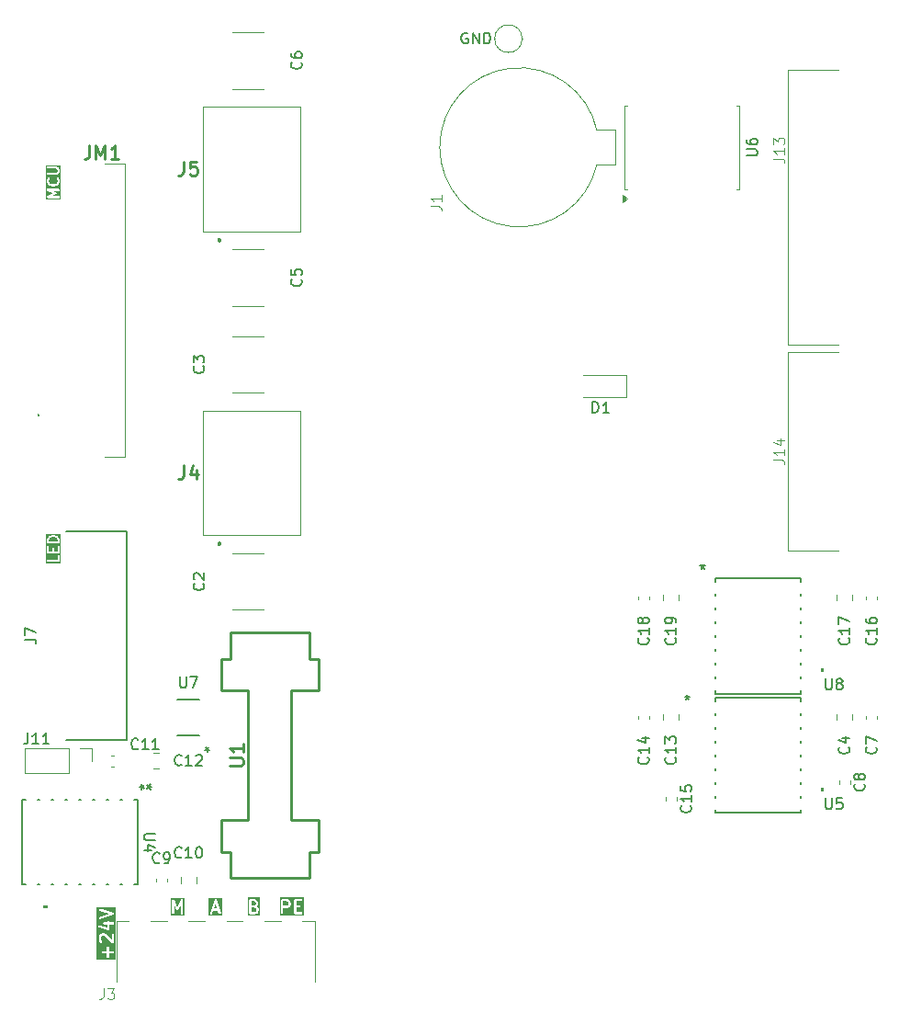
<source format=gbr>
%TF.GenerationSoftware,KiCad,Pcbnew,9.0.2*%
%TF.CreationDate,2025-07-01T09:19:31+03:00*%
%TF.ProjectId,PMCPU-LLP,504d4350-552d-44c4-9c50-2e6b69636164,rev?*%
%TF.SameCoordinates,Original*%
%TF.FileFunction,Legend,Top*%
%TF.FilePolarity,Positive*%
%FSLAX46Y46*%
G04 Gerber Fmt 4.6, Leading zero omitted, Abs format (unit mm)*
G04 Created by KiCad (PCBNEW 9.0.2) date 2025-07-01 09:19:31*
%MOMM*%
%LPD*%
G01*
G04 APERTURE LIST*
%ADD10C,0.200000*%
%ADD11C,0.150000*%
%ADD12C,0.100000*%
%ADD13C,0.254000*%
%ADD14C,0.120000*%
%ADD15C,0.152400*%
%ADD16C,0.000000*%
%ADD17C,0.300000*%
G04 APERTURE END LIST*
D10*
G36*
X-36735782Y-964024D02*
G01*
X-36664873Y-999478D01*
X-36597803Y-1066548D01*
X-36562781Y-1171613D01*
X-36562781Y-1293482D01*
X-37362781Y-1293482D01*
X-37362781Y-1171614D01*
X-37327760Y-1066549D01*
X-37260687Y-999477D01*
X-37189782Y-964024D01*
X-37021901Y-922054D01*
X-36903663Y-922054D01*
X-36735782Y-964024D01*
G37*
G36*
X-36251670Y-3318879D02*
G01*
X-37673892Y-3318879D01*
X-37673892Y-3088259D01*
X-37560860Y-3088259D01*
X-37560860Y-3127277D01*
X-37545928Y-3163325D01*
X-37518338Y-3190915D01*
X-37482290Y-3205847D01*
X-37462781Y-3207768D01*
X-36462781Y-3207768D01*
X-36443272Y-3205847D01*
X-36407224Y-3190915D01*
X-36379634Y-3163325D01*
X-36364702Y-3127277D01*
X-36362781Y-3107768D01*
X-36362781Y-2631578D01*
X-36364702Y-2612069D01*
X-36379634Y-2576021D01*
X-36407224Y-2548431D01*
X-36443272Y-2533499D01*
X-36482290Y-2533499D01*
X-36518338Y-2548431D01*
X-36545928Y-2576021D01*
X-36560860Y-2612069D01*
X-36562781Y-2631578D01*
X-36562781Y-3007768D01*
X-37462781Y-3007768D01*
X-37482290Y-3009689D01*
X-37518338Y-3024621D01*
X-37545928Y-3052211D01*
X-37560860Y-3088259D01*
X-37673892Y-3088259D01*
X-37673892Y-1822054D01*
X-37562781Y-1822054D01*
X-37562781Y-2298244D01*
X-37560860Y-2317753D01*
X-37545928Y-2353801D01*
X-37518338Y-2381391D01*
X-37482290Y-2396323D01*
X-37462781Y-2398244D01*
X-36462781Y-2398244D01*
X-36443272Y-2396323D01*
X-36407224Y-2381391D01*
X-36379634Y-2353801D01*
X-36364702Y-2317753D01*
X-36362781Y-2298244D01*
X-36362781Y-1822054D01*
X-36364702Y-1802545D01*
X-36379634Y-1766497D01*
X-36407224Y-1738907D01*
X-36443272Y-1723975D01*
X-36482290Y-1723975D01*
X-36518338Y-1738907D01*
X-36545928Y-1766497D01*
X-36560860Y-1802545D01*
X-36562781Y-1822054D01*
X-36562781Y-2198244D01*
X-36886591Y-2198244D01*
X-36886591Y-1964911D01*
X-36888512Y-1945402D01*
X-36903444Y-1909354D01*
X-36931034Y-1881764D01*
X-36967082Y-1866832D01*
X-37006100Y-1866832D01*
X-37042148Y-1881764D01*
X-37069738Y-1909354D01*
X-37084670Y-1945402D01*
X-37086591Y-1964911D01*
X-37086591Y-2198244D01*
X-37362781Y-2198244D01*
X-37362781Y-1822054D01*
X-37364702Y-1802545D01*
X-37379634Y-1766497D01*
X-37407224Y-1738907D01*
X-37443272Y-1723975D01*
X-37482290Y-1723975D01*
X-37518338Y-1738907D01*
X-37545928Y-1766497D01*
X-37560860Y-1802545D01*
X-37562781Y-1822054D01*
X-37673892Y-1822054D01*
X-37673892Y-1155387D01*
X-37562781Y-1155387D01*
X-37562781Y-1393482D01*
X-37560860Y-1412991D01*
X-37545928Y-1449039D01*
X-37518338Y-1476629D01*
X-37482290Y-1491561D01*
X-37462781Y-1493482D01*
X-36462781Y-1493482D01*
X-36443272Y-1491561D01*
X-36407224Y-1476629D01*
X-36379634Y-1449039D01*
X-36364702Y-1412991D01*
X-36362781Y-1393482D01*
X-36362781Y-1155387D01*
X-36363754Y-1145513D01*
X-36363566Y-1142879D01*
X-36364354Y-1139415D01*
X-36364702Y-1135878D01*
X-36365714Y-1133436D01*
X-36367913Y-1123764D01*
X-36415532Y-980907D01*
X-36423523Y-963007D01*
X-36425878Y-960291D01*
X-36427253Y-956972D01*
X-36439689Y-941819D01*
X-36534929Y-846581D01*
X-36542599Y-840286D01*
X-36544328Y-838292D01*
X-36547333Y-836400D01*
X-36550082Y-834144D01*
X-36552526Y-833131D01*
X-36560918Y-827849D01*
X-36656156Y-780230D01*
X-36657583Y-779684D01*
X-36658163Y-779254D01*
X-36666340Y-776332D01*
X-36674464Y-773224D01*
X-36675187Y-773172D01*
X-36676624Y-772659D01*
X-36867099Y-725040D01*
X-36870481Y-724539D01*
X-36871844Y-723975D01*
X-36879195Y-723251D01*
X-36886492Y-722172D01*
X-36887951Y-722389D01*
X-36891353Y-722054D01*
X-37034210Y-722054D01*
X-37037613Y-722389D01*
X-37039071Y-722172D01*
X-37046369Y-723251D01*
X-37053719Y-723975D01*
X-37055083Y-724539D01*
X-37058464Y-725040D01*
X-37248940Y-772659D01*
X-37250379Y-773172D01*
X-37251099Y-773224D01*
X-37259224Y-776332D01*
X-37267400Y-779254D01*
X-37267980Y-779683D01*
X-37269408Y-780230D01*
X-37364645Y-827849D01*
X-37373044Y-833135D01*
X-37375481Y-834145D01*
X-37378225Y-836396D01*
X-37381236Y-838292D01*
X-37382969Y-840289D01*
X-37390635Y-846581D01*
X-37485873Y-941819D01*
X-37498309Y-956973D01*
X-37499684Y-960291D01*
X-37502039Y-963007D01*
X-37510030Y-980908D01*
X-37557649Y-1123764D01*
X-37559849Y-1133435D01*
X-37560860Y-1135878D01*
X-37561209Y-1139416D01*
X-37561996Y-1142880D01*
X-37561809Y-1145513D01*
X-37562781Y-1155387D01*
X-37673892Y-1155387D01*
X-37673892Y-610943D01*
X-36251670Y-610943D01*
X-36251670Y-3318879D01*
G37*
G36*
X-15344952Y-34484070D02*
G01*
X-15310758Y-34518263D01*
X-15271429Y-34596921D01*
X-15271429Y-34721134D01*
X-15310758Y-34799792D01*
X-15344952Y-34833985D01*
X-15423608Y-34873314D01*
X-15757143Y-34873314D01*
X-15757143Y-34444742D01*
X-15423608Y-34444742D01*
X-15344952Y-34484070D01*
G37*
G36*
X-13854303Y-35778075D02*
G01*
X-16090476Y-35778075D01*
X-16090476Y-34344742D01*
X-15957143Y-34344742D01*
X-15957143Y-35544742D01*
X-15955222Y-35564251D01*
X-15940290Y-35600299D01*
X-15912700Y-35627889D01*
X-15876652Y-35642821D01*
X-15837634Y-35642821D01*
X-15801586Y-35627889D01*
X-15773996Y-35600299D01*
X-15759064Y-35564251D01*
X-15757143Y-35544742D01*
X-15757143Y-35073314D01*
X-15400000Y-35073314D01*
X-15380491Y-35071393D01*
X-15377171Y-35070017D01*
X-15373587Y-35069763D01*
X-15355278Y-35062757D01*
X-15240993Y-35005613D01*
X-15232597Y-35000328D01*
X-15230158Y-34999318D01*
X-15227415Y-34997066D01*
X-15224403Y-34995171D01*
X-15222671Y-34993173D01*
X-15215004Y-34986882D01*
X-15157862Y-34929739D01*
X-15151570Y-34922072D01*
X-15149572Y-34920340D01*
X-15147679Y-34917331D01*
X-15145425Y-34914586D01*
X-15144415Y-34912145D01*
X-15139129Y-34903749D01*
X-15081986Y-34789463D01*
X-15074980Y-34771155D01*
X-15074726Y-34767571D01*
X-15073350Y-34764251D01*
X-15071429Y-34744742D01*
X-15071429Y-34573314D01*
X-15073350Y-34553805D01*
X-15074726Y-34550484D01*
X-15074980Y-34546901D01*
X-15081986Y-34528593D01*
X-15139129Y-34414307D01*
X-15144415Y-34405910D01*
X-15145425Y-34403470D01*
X-15147679Y-34400724D01*
X-15149572Y-34397716D01*
X-15151570Y-34395983D01*
X-15157862Y-34388317D01*
X-15201436Y-34344742D01*
X-14757143Y-34344742D01*
X-14757143Y-35544742D01*
X-14755222Y-35564251D01*
X-14740290Y-35600299D01*
X-14712700Y-35627889D01*
X-14676652Y-35642821D01*
X-14657143Y-35644742D01*
X-14085715Y-35644742D01*
X-14066206Y-35642821D01*
X-14030158Y-35627889D01*
X-14002568Y-35600299D01*
X-13987636Y-35564251D01*
X-13987636Y-35525233D01*
X-14002568Y-35489185D01*
X-14030158Y-35461595D01*
X-14066206Y-35446663D01*
X-14085715Y-35444742D01*
X-14557143Y-35444742D01*
X-14557143Y-35016171D01*
X-14257143Y-35016171D01*
X-14237634Y-35014250D01*
X-14201586Y-34999318D01*
X-14173996Y-34971728D01*
X-14159064Y-34935680D01*
X-14159064Y-34896662D01*
X-14173996Y-34860614D01*
X-14201586Y-34833024D01*
X-14237634Y-34818092D01*
X-14257143Y-34816171D01*
X-14557143Y-34816171D01*
X-14557143Y-34444742D01*
X-14085715Y-34444742D01*
X-14066206Y-34442821D01*
X-14030158Y-34427889D01*
X-14002568Y-34400299D01*
X-13987636Y-34364251D01*
X-13987636Y-34325233D01*
X-14002568Y-34289185D01*
X-14030158Y-34261595D01*
X-14066206Y-34246663D01*
X-14085715Y-34244742D01*
X-14657143Y-34244742D01*
X-14676652Y-34246663D01*
X-14712700Y-34261595D01*
X-14740290Y-34289185D01*
X-14755222Y-34325233D01*
X-14757143Y-34344742D01*
X-15201436Y-34344742D01*
X-15215004Y-34331174D01*
X-15222671Y-34324882D01*
X-15224403Y-34322885D01*
X-15227415Y-34320989D01*
X-15230158Y-34318738D01*
X-15232597Y-34317727D01*
X-15240993Y-34312443D01*
X-15355278Y-34255299D01*
X-15373587Y-34248293D01*
X-15377171Y-34248038D01*
X-15380491Y-34246663D01*
X-15400000Y-34244742D01*
X-15857143Y-34244742D01*
X-15876652Y-34246663D01*
X-15912700Y-34261595D01*
X-15940290Y-34289185D01*
X-15955222Y-34325233D01*
X-15957143Y-34344742D01*
X-16090476Y-34344742D01*
X-16090476Y-34111409D01*
X-13854303Y-34111409D01*
X-13854303Y-35778075D01*
G37*
G36*
X-21853028Y-35101885D02*
G01*
X-22146972Y-35101885D01*
X-22000000Y-34660969D01*
X-21853028Y-35101885D01*
G37*
G36*
X-21367452Y-35777290D02*
G01*
X-22632548Y-35777290D01*
X-22632548Y-35532235D01*
X-22499215Y-35532235D01*
X-22496449Y-35571155D01*
X-22478999Y-35606054D01*
X-22449523Y-35631619D01*
X-22412507Y-35643957D01*
X-22373587Y-35641191D01*
X-22338688Y-35623741D01*
X-22313123Y-35594265D01*
X-22305132Y-35576365D01*
X-22213639Y-35301885D01*
X-21786361Y-35301885D01*
X-21694868Y-35576365D01*
X-21686877Y-35594265D01*
X-21661312Y-35623741D01*
X-21626413Y-35641191D01*
X-21587493Y-35643957D01*
X-21550477Y-35631619D01*
X-21521001Y-35606053D01*
X-21503551Y-35571155D01*
X-21500785Y-35532234D01*
X-21505132Y-35513119D01*
X-21905132Y-34313119D01*
X-21913123Y-34295219D01*
X-21917808Y-34289818D01*
X-21921001Y-34283431D01*
X-21930471Y-34275217D01*
X-21938688Y-34265743D01*
X-21945078Y-34262548D01*
X-21950477Y-34257865D01*
X-21962375Y-34253899D01*
X-21973587Y-34248293D01*
X-21980715Y-34247786D01*
X-21987493Y-34245527D01*
X-22000000Y-34246415D01*
X-22012507Y-34245527D01*
X-22019286Y-34247786D01*
X-22026413Y-34248293D01*
X-22037626Y-34253899D01*
X-22049523Y-34257865D01*
X-22054923Y-34262548D01*
X-22061312Y-34265743D01*
X-22069528Y-34275214D01*
X-22078999Y-34283430D01*
X-22082194Y-34289819D01*
X-22086877Y-34295219D01*
X-22094868Y-34313119D01*
X-22494868Y-35513119D01*
X-22499215Y-35532235D01*
X-22632548Y-35532235D01*
X-22632548Y-34112194D01*
X-21367452Y-34112194D01*
X-21367452Y-35777290D01*
G37*
X1238095Y45500162D02*
X1142857Y45547781D01*
X1142857Y45547781D02*
X1000000Y45547781D01*
X1000000Y45547781D02*
X857143Y45500162D01*
X857143Y45500162D02*
X761905Y45404924D01*
X761905Y45404924D02*
X714286Y45309686D01*
X714286Y45309686D02*
X666667Y45119210D01*
X666667Y45119210D02*
X666667Y44976353D01*
X666667Y44976353D02*
X714286Y44785877D01*
X714286Y44785877D02*
X761905Y44690639D01*
X761905Y44690639D02*
X857143Y44595400D01*
X857143Y44595400D02*
X1000000Y44547781D01*
X1000000Y44547781D02*
X1095238Y44547781D01*
X1095238Y44547781D02*
X1238095Y44595400D01*
X1238095Y44595400D02*
X1285714Y44643020D01*
X1285714Y44643020D02*
X1285714Y44976353D01*
X1285714Y44976353D02*
X1095238Y44976353D01*
X1714286Y44547781D02*
X1714286Y45547781D01*
X1714286Y45547781D02*
X2285714Y44547781D01*
X2285714Y44547781D02*
X2285714Y45547781D01*
X2761905Y44547781D02*
X2761905Y45547781D01*
X2761905Y45547781D02*
X3000000Y45547781D01*
X3000000Y45547781D02*
X3142857Y45500162D01*
X3142857Y45500162D02*
X3238095Y45404924D01*
X3238095Y45404924D02*
X3285714Y45309686D01*
X3285714Y45309686D02*
X3333333Y45119210D01*
X3333333Y45119210D02*
X3333333Y44976353D01*
X3333333Y44976353D02*
X3285714Y44785877D01*
X3285714Y44785877D02*
X3238095Y44690639D01*
X3238095Y44690639D02*
X3142857Y44595400D01*
X3142857Y44595400D02*
X3000000Y44547781D01*
X3000000Y44547781D02*
X2761905Y44547781D01*
G36*
X-18296878Y-35060716D02*
G01*
X-18267902Y-35089691D01*
X-18228572Y-35168348D01*
X-18228572Y-35292563D01*
X-18267901Y-35371221D01*
X-18302095Y-35405414D01*
X-18380750Y-35444742D01*
X-18714286Y-35444742D01*
X-18714286Y-35016171D01*
X-18430513Y-35016171D01*
X-18296878Y-35060716D01*
G37*
G36*
X-18359236Y-34484070D02*
G01*
X-18325045Y-34518262D01*
X-18285715Y-34596921D01*
X-18285715Y-34663993D01*
X-18325045Y-34742651D01*
X-18359236Y-34776842D01*
X-18437893Y-34816171D01*
X-18714286Y-34816171D01*
X-18714286Y-34444742D01*
X-18437893Y-34444742D01*
X-18359236Y-34484070D01*
G37*
G36*
X-17895239Y-35778075D02*
G01*
X-19047619Y-35778075D01*
X-19047619Y-34344742D01*
X-18914286Y-34344742D01*
X-18914286Y-35544742D01*
X-18912365Y-35564251D01*
X-18897433Y-35600299D01*
X-18869843Y-35627889D01*
X-18833795Y-35642821D01*
X-18814286Y-35644742D01*
X-18357143Y-35644742D01*
X-18337634Y-35642821D01*
X-18334314Y-35641445D01*
X-18330730Y-35641191D01*
X-18312422Y-35634185D01*
X-18198137Y-35577043D01*
X-18189741Y-35571757D01*
X-18187301Y-35570747D01*
X-18184555Y-35568493D01*
X-18181547Y-35566600D01*
X-18179817Y-35564605D01*
X-18172147Y-35558311D01*
X-18115005Y-35501168D01*
X-18108713Y-35493501D01*
X-18106715Y-35491769D01*
X-18104822Y-35488760D01*
X-18102568Y-35486015D01*
X-18101558Y-35483574D01*
X-18096272Y-35475178D01*
X-18039129Y-35360892D01*
X-18032123Y-35342584D01*
X-18031869Y-35339000D01*
X-18030493Y-35335680D01*
X-18028572Y-35316171D01*
X-18028572Y-35144742D01*
X-18030493Y-35125233D01*
X-18031869Y-35121912D01*
X-18032123Y-35118329D01*
X-18039129Y-35100021D01*
X-18096272Y-34985735D01*
X-18101558Y-34977337D01*
X-18102568Y-34974899D01*
X-18104821Y-34972154D01*
X-18106715Y-34969145D01*
X-18108713Y-34967412D01*
X-18115005Y-34959746D01*
X-18172147Y-34902603D01*
X-18187301Y-34890167D01*
X-18189011Y-34889459D01*
X-18172146Y-34872595D01*
X-18165855Y-34864928D01*
X-18163858Y-34863197D01*
X-18161963Y-34860185D01*
X-18159710Y-34857441D01*
X-18158701Y-34855003D01*
X-18153415Y-34846607D01*
X-18096272Y-34732321D01*
X-18089266Y-34714013D01*
X-18089012Y-34710429D01*
X-18087636Y-34707109D01*
X-18085715Y-34687600D01*
X-18085715Y-34573314D01*
X-18087636Y-34553805D01*
X-18089012Y-34550484D01*
X-18089266Y-34546901D01*
X-18096272Y-34528593D01*
X-18153415Y-34414307D01*
X-18158700Y-34405910D01*
X-18159710Y-34403472D01*
X-18161964Y-34400726D01*
X-18163858Y-34397716D01*
X-18165855Y-34395984D01*
X-18172146Y-34388318D01*
X-18229289Y-34331175D01*
X-18236956Y-34324882D01*
X-18238688Y-34322885D01*
X-18241698Y-34320990D01*
X-18244442Y-34318738D01*
X-18246881Y-34317727D01*
X-18255278Y-34312442D01*
X-18369565Y-34255299D01*
X-18387873Y-34248293D01*
X-18391457Y-34248038D01*
X-18394777Y-34246663D01*
X-18414286Y-34244742D01*
X-18814286Y-34244742D01*
X-18833795Y-34246663D01*
X-18869843Y-34261595D01*
X-18897433Y-34289185D01*
X-18912365Y-34325233D01*
X-18914286Y-34344742D01*
X-19047619Y-34344742D01*
X-19047619Y-34111409D01*
X-17895239Y-34111409D01*
X-17895239Y-35778075D01*
G37*
G36*
X-36251670Y30204931D02*
G01*
X-37673892Y30204931D01*
X-37673892Y31067525D01*
X-37561622Y31067525D01*
X-37560860Y31065430D01*
X-37560860Y31063199D01*
X-37554216Y31047158D01*
X-37548287Y31030856D01*
X-37546782Y31029213D01*
X-37545928Y31027151D01*
X-37533655Y31014878D01*
X-37521936Y31002081D01*
X-37519292Y31000515D01*
X-37518338Y30999561D01*
X-37516157Y30998658D01*
X-37505070Y30992090D01*
X-36984966Y30749375D01*
X-37505070Y30506660D01*
X-37516157Y30500093D01*
X-37518338Y30499189D01*
X-37519292Y30498236D01*
X-37521936Y30496669D01*
X-37533655Y30483873D01*
X-37545928Y30471599D01*
X-37546782Y30469538D01*
X-37548287Y30467894D01*
X-37554216Y30451593D01*
X-37560860Y30435551D01*
X-37560860Y30433321D01*
X-37561622Y30431225D01*
X-37560860Y30413886D01*
X-37560860Y30396533D01*
X-37560007Y30394474D01*
X-37559909Y30392245D01*
X-37552568Y30376515D01*
X-37545928Y30360485D01*
X-37544352Y30358909D01*
X-37543408Y30356887D01*
X-37530612Y30345169D01*
X-37518338Y30332895D01*
X-37516277Y30332042D01*
X-37514633Y30330536D01*
X-37498332Y30324608D01*
X-37482290Y30317963D01*
X-37479232Y30317662D01*
X-37477964Y30317201D01*
X-37475605Y30317305D01*
X-37462781Y30316042D01*
X-36462781Y30316042D01*
X-36443272Y30317963D01*
X-36407224Y30332895D01*
X-36379634Y30360485D01*
X-36364702Y30396533D01*
X-36364702Y30435551D01*
X-36379634Y30471599D01*
X-36407224Y30499189D01*
X-36443272Y30514121D01*
X-36462781Y30516042D01*
X-37012025Y30516042D01*
X-36706207Y30658757D01*
X-36699066Y30662988D01*
X-36696644Y30663868D01*
X-36694932Y30665437D01*
X-36689341Y30668748D01*
X-36679081Y30679953D01*
X-36667868Y30690220D01*
X-36665989Y30694248D01*
X-36662989Y30697523D01*
X-36657798Y30711799D01*
X-36651368Y30725577D01*
X-36651173Y30730018D01*
X-36649655Y30734192D01*
X-36650323Y30749375D01*
X-36649655Y30764558D01*
X-36651173Y30768733D01*
X-36651368Y30773173D01*
X-36657798Y30786952D01*
X-36662989Y30801227D01*
X-36665989Y30804503D01*
X-36667868Y30808530D01*
X-36679081Y30818798D01*
X-36689341Y30830002D01*
X-36694932Y30833314D01*
X-36696644Y30834882D01*
X-36699066Y30835763D01*
X-36706207Y30839993D01*
X-37012025Y30982708D01*
X-36462781Y30982708D01*
X-36443272Y30984629D01*
X-36407224Y30999561D01*
X-36379634Y31027151D01*
X-36364702Y31063199D01*
X-36364702Y31102217D01*
X-36379634Y31138265D01*
X-36407224Y31165855D01*
X-36443272Y31180787D01*
X-36462781Y31182708D01*
X-37462781Y31182708D01*
X-37475605Y31181446D01*
X-37477964Y31181549D01*
X-37479232Y31181089D01*
X-37482290Y31180787D01*
X-37498332Y31174143D01*
X-37514633Y31168214D01*
X-37516277Y31166709D01*
X-37518338Y31165855D01*
X-37530612Y31153582D01*
X-37543408Y31141863D01*
X-37544352Y31139842D01*
X-37545928Y31138265D01*
X-37552568Y31122236D01*
X-37559909Y31106505D01*
X-37560007Y31104277D01*
X-37560860Y31102217D01*
X-37560860Y31084865D01*
X-37561622Y31067525D01*
X-37673892Y31067525D01*
X-37673892Y31939851D01*
X-37562781Y31939851D01*
X-37562781Y31844613D01*
X-37561809Y31834740D01*
X-37561996Y31832106D01*
X-37561209Y31828643D01*
X-37560860Y31825104D01*
X-37559849Y31822662D01*
X-37557649Y31812990D01*
X-37510030Y31670134D01*
X-37502039Y31652233D01*
X-37499684Y31649518D01*
X-37498309Y31646199D01*
X-37485873Y31631045D01*
X-37390635Y31535807D01*
X-37382969Y31529516D01*
X-37381236Y31527518D01*
X-37378225Y31525623D01*
X-37375481Y31523371D01*
X-37373044Y31522362D01*
X-37364645Y31517075D01*
X-37269408Y31469456D01*
X-37267980Y31468910D01*
X-37267400Y31468480D01*
X-37259224Y31465559D01*
X-37251099Y31462450D01*
X-37250379Y31462399D01*
X-37248940Y31461885D01*
X-37058464Y31414266D01*
X-37055083Y31413766D01*
X-37053719Y31413201D01*
X-37046369Y31412478D01*
X-37039071Y31411398D01*
X-37037613Y31411616D01*
X-37034210Y31411280D01*
X-36891353Y31411280D01*
X-36887951Y31411616D01*
X-36886492Y31411398D01*
X-36879195Y31412478D01*
X-36871844Y31413201D01*
X-36870481Y31413766D01*
X-36867099Y31414266D01*
X-36676624Y31461885D01*
X-36675187Y31462399D01*
X-36674464Y31462450D01*
X-36666340Y31465559D01*
X-36658163Y31468480D01*
X-36657583Y31468911D01*
X-36656156Y31469456D01*
X-36560918Y31517075D01*
X-36552526Y31522358D01*
X-36550082Y31523370D01*
X-36547333Y31525627D01*
X-36544328Y31527518D01*
X-36542599Y31529513D01*
X-36534929Y31535807D01*
X-36439689Y31631045D01*
X-36427253Y31646198D01*
X-36425878Y31649518D01*
X-36423523Y31652233D01*
X-36415532Y31670133D01*
X-36367913Y31812990D01*
X-36365714Y31822663D01*
X-36364702Y31825104D01*
X-36364354Y31828642D01*
X-36363566Y31832105D01*
X-36363754Y31834740D01*
X-36362781Y31844613D01*
X-36362781Y31939851D01*
X-36363754Y31949725D01*
X-36363566Y31952359D01*
X-36364354Y31955823D01*
X-36364702Y31959360D01*
X-36365714Y31961802D01*
X-36367913Y31971474D01*
X-36415532Y32114331D01*
X-36423523Y32132231D01*
X-36425878Y32134947D01*
X-36427253Y32138266D01*
X-36439690Y32153420D01*
X-36487310Y32201038D01*
X-36502463Y32213475D01*
X-36538512Y32228406D01*
X-36577530Y32228405D01*
X-36613578Y32213474D01*
X-36641168Y32185884D01*
X-36656099Y32149835D01*
X-36656098Y32110817D01*
X-36641167Y32074769D01*
X-36628730Y32059616D01*
X-36597803Y32028690D01*
X-36562781Y31923625D01*
X-36562781Y31860840D01*
X-36597803Y31755775D01*
X-36664873Y31688705D01*
X-36735782Y31653251D01*
X-36903663Y31611280D01*
X-37021901Y31611280D01*
X-37189782Y31653251D01*
X-37260687Y31688703D01*
X-37327760Y31755776D01*
X-37362781Y31860840D01*
X-37362781Y31923624D01*
X-37327760Y32028690D01*
X-37296833Y32059616D01*
X-37284396Y32074769D01*
X-37269465Y32110818D01*
X-37269465Y32149836D01*
X-37284396Y32185884D01*
X-37311986Y32213474D01*
X-37348034Y32228405D01*
X-37387052Y32228405D01*
X-37423101Y32213474D01*
X-37438254Y32201037D01*
X-37485873Y32153419D01*
X-37498309Y32138265D01*
X-37499684Y32134947D01*
X-37502039Y32132231D01*
X-37510030Y32114330D01*
X-37557649Y31971474D01*
X-37559849Y31961803D01*
X-37560860Y31959360D01*
X-37561209Y31955822D01*
X-37561996Y31952358D01*
X-37561809Y31949725D01*
X-37562781Y31939851D01*
X-37673892Y31939851D01*
X-37673892Y33149836D01*
X-37560860Y33149836D01*
X-37560860Y33110818D01*
X-37545928Y33074770D01*
X-37518338Y33047180D01*
X-37482290Y33032248D01*
X-37462781Y33030327D01*
X-36676865Y33030327D01*
X-36617254Y33000521D01*
X-36592586Y32975854D01*
X-36562781Y32916244D01*
X-36562781Y32772982D01*
X-36592586Y32713373D01*
X-36617254Y32688706D01*
X-36676865Y32658899D01*
X-37462781Y32658899D01*
X-37482290Y32656978D01*
X-37518338Y32642046D01*
X-37545928Y32614456D01*
X-37560860Y32578408D01*
X-37560860Y32539390D01*
X-37545928Y32503342D01*
X-37518338Y32475752D01*
X-37482290Y32460820D01*
X-37462781Y32458899D01*
X-36653258Y32458899D01*
X-36633749Y32460820D01*
X-36630429Y32462196D01*
X-36626845Y32462450D01*
X-36608537Y32469456D01*
X-36513299Y32517075D01*
X-36504907Y32522359D01*
X-36502463Y32523370D01*
X-36499714Y32525627D01*
X-36496709Y32527518D01*
X-36494980Y32529513D01*
X-36487310Y32535807D01*
X-36439690Y32583425D01*
X-36433397Y32591094D01*
X-36431400Y32592825D01*
X-36429507Y32595834D01*
X-36427253Y32598579D01*
X-36426243Y32601020D01*
X-36420957Y32609416D01*
X-36373338Y32704653D01*
X-36366332Y32722962D01*
X-36366078Y32726546D01*
X-36364702Y32729866D01*
X-36362781Y32749375D01*
X-36362781Y32939851D01*
X-36364702Y32959360D01*
X-36366078Y32962681D01*
X-36366332Y32966264D01*
X-36373338Y32984573D01*
X-36420957Y33079810D01*
X-36426243Y33088207D01*
X-36427253Y33090647D01*
X-36429507Y33093393D01*
X-36431400Y33096401D01*
X-36433397Y33098133D01*
X-36439690Y33105801D01*
X-36487310Y33153419D01*
X-36494980Y33159714D01*
X-36496709Y33161708D01*
X-36499714Y33163600D01*
X-36502463Y33165856D01*
X-36504907Y33166868D01*
X-36513299Y33172151D01*
X-36608537Y33219770D01*
X-36626845Y33226776D01*
X-36630429Y33227031D01*
X-36633749Y33228406D01*
X-36653258Y33230327D01*
X-37462781Y33230327D01*
X-37482290Y33228406D01*
X-37518338Y33213474D01*
X-37545928Y33185884D01*
X-37560860Y33149836D01*
X-37673892Y33149836D01*
X-37673892Y33341438D01*
X-36251670Y33341438D01*
X-36251670Y30204931D01*
G37*
G36*
X-31221925Y-39845696D02*
G01*
X-32944948Y-39845696D01*
X-32944948Y-39137632D01*
X-32467622Y-39137632D01*
X-32467622Y-39176650D01*
X-32452690Y-39212698D01*
X-32425100Y-39240288D01*
X-32389052Y-39255220D01*
X-32369543Y-39257141D01*
X-32012400Y-39257141D01*
X-32012400Y-39614284D01*
X-32010479Y-39633793D01*
X-31995547Y-39669841D01*
X-31967957Y-39697431D01*
X-31931909Y-39712363D01*
X-31892891Y-39712363D01*
X-31856843Y-39697431D01*
X-31829253Y-39669841D01*
X-31814321Y-39633793D01*
X-31812400Y-39614284D01*
X-31812400Y-39257141D01*
X-31455258Y-39257141D01*
X-31435749Y-39255220D01*
X-31399701Y-39240288D01*
X-31372111Y-39212698D01*
X-31357179Y-39176650D01*
X-31357179Y-39137632D01*
X-31372111Y-39101584D01*
X-31399701Y-39073994D01*
X-31435749Y-39059062D01*
X-31455258Y-39057141D01*
X-31812400Y-39057141D01*
X-31812400Y-38699999D01*
X-31814321Y-38680490D01*
X-31829253Y-38644442D01*
X-31856843Y-38616852D01*
X-31892891Y-38601920D01*
X-31931909Y-38601920D01*
X-31967957Y-38616852D01*
X-31995547Y-38644442D01*
X-32010479Y-38680490D01*
X-32012400Y-38699999D01*
X-32012400Y-39057141D01*
X-32369543Y-39057141D01*
X-32389052Y-39059062D01*
X-32425100Y-39073994D01*
X-32452690Y-39101584D01*
X-32467622Y-39137632D01*
X-32944948Y-39137632D01*
X-32944948Y-37728570D01*
X-32755258Y-37728570D01*
X-32755258Y-38014285D01*
X-32753337Y-38033794D01*
X-32751962Y-38037114D01*
X-32751707Y-38040698D01*
X-32744701Y-38059007D01*
X-32687557Y-38173292D01*
X-32682273Y-38181688D01*
X-32681262Y-38184127D01*
X-32679011Y-38186870D01*
X-32677115Y-38189882D01*
X-32675118Y-38191614D01*
X-32668826Y-38199281D01*
X-32611683Y-38256423D01*
X-32596530Y-38268860D01*
X-32560481Y-38283791D01*
X-32521463Y-38283791D01*
X-32485415Y-38268860D01*
X-32457825Y-38241270D01*
X-32442894Y-38205222D01*
X-32442894Y-38166204D01*
X-32457825Y-38130155D01*
X-32470262Y-38115002D01*
X-32515930Y-38069333D01*
X-32555258Y-37990677D01*
X-32555258Y-37752178D01*
X-32515930Y-37673521D01*
X-32481737Y-37639327D01*
X-32403078Y-37599999D01*
X-32328627Y-37599999D01*
X-32194992Y-37644544D01*
X-31525969Y-38313567D01*
X-31510815Y-38326003D01*
X-31474767Y-38340935D01*
X-31435749Y-38340935D01*
X-31399701Y-38326003D01*
X-31372111Y-38298413D01*
X-31357179Y-38262365D01*
X-31355258Y-38242856D01*
X-31355258Y-37499999D01*
X-31357179Y-37480490D01*
X-31372111Y-37444442D01*
X-31399701Y-37416852D01*
X-31435749Y-37401920D01*
X-31474767Y-37401920D01*
X-31510815Y-37416852D01*
X-31538405Y-37444442D01*
X-31553337Y-37480490D01*
X-31555258Y-37499999D01*
X-31555258Y-38001434D01*
X-32070261Y-37486431D01*
X-32085415Y-37473995D01*
X-32088734Y-37472620D01*
X-32091449Y-37470265D01*
X-32109349Y-37462274D01*
X-32280777Y-37405131D01*
X-32290450Y-37402931D01*
X-32292891Y-37401920D01*
X-32296429Y-37401571D01*
X-32299892Y-37400784D01*
X-32302527Y-37400971D01*
X-32312400Y-37399999D01*
X-32426686Y-37399999D01*
X-32446195Y-37401920D01*
X-32449516Y-37403295D01*
X-32453099Y-37403550D01*
X-32471407Y-37410556D01*
X-32585693Y-37467699D01*
X-32594090Y-37472984D01*
X-32596530Y-37473995D01*
X-32599276Y-37476248D01*
X-32602284Y-37478142D01*
X-32604017Y-37480139D01*
X-32611683Y-37486432D01*
X-32668826Y-37543574D01*
X-32675118Y-37551240D01*
X-32677115Y-37552973D01*
X-32679011Y-37555984D01*
X-32681262Y-37558728D01*
X-32682273Y-37561166D01*
X-32687557Y-37569563D01*
X-32744701Y-37683848D01*
X-32751707Y-37702157D01*
X-32751962Y-37705740D01*
X-32753337Y-37709061D01*
X-32755258Y-37728570D01*
X-32944948Y-37728570D01*
X-32944948Y-36744635D01*
X-32811615Y-36744635D01*
X-32808849Y-36783555D01*
X-32791399Y-36818454D01*
X-32761923Y-36844019D01*
X-32744023Y-36852010D01*
X-31886881Y-37137724D01*
X-31877210Y-37139923D01*
X-31874767Y-37140935D01*
X-31872761Y-37140935D01*
X-31867765Y-37142071D01*
X-31851781Y-37140935D01*
X-31835749Y-37140935D01*
X-31832429Y-37139559D01*
X-31828845Y-37139305D01*
X-31814510Y-37132137D01*
X-31799701Y-37126003D01*
X-31797161Y-37123462D01*
X-31793946Y-37121855D01*
X-31783442Y-37109743D01*
X-31772111Y-37098413D01*
X-31770737Y-37095094D01*
X-31768381Y-37092379D01*
X-31763312Y-37077169D01*
X-31757179Y-37062365D01*
X-31756677Y-37057264D01*
X-31756043Y-37055363D01*
X-31756231Y-37052729D01*
X-31755258Y-37042856D01*
X-31755258Y-36571428D01*
X-31455258Y-36571428D01*
X-31435749Y-36569507D01*
X-31399701Y-36554575D01*
X-31372111Y-36526985D01*
X-31357179Y-36490937D01*
X-31357179Y-36451919D01*
X-31372111Y-36415871D01*
X-31399701Y-36388281D01*
X-31435749Y-36373349D01*
X-31455258Y-36371428D01*
X-31755258Y-36371428D01*
X-31755258Y-36299999D01*
X-31757179Y-36280490D01*
X-31772111Y-36244442D01*
X-31799701Y-36216852D01*
X-31835749Y-36201920D01*
X-31874767Y-36201920D01*
X-31910815Y-36216852D01*
X-31938405Y-36244442D01*
X-31953337Y-36280490D01*
X-31955258Y-36299999D01*
X-31955258Y-36371428D01*
X-32255258Y-36371428D01*
X-32274767Y-36373349D01*
X-32310815Y-36388281D01*
X-32338405Y-36415871D01*
X-32353337Y-36451919D01*
X-32353337Y-36490937D01*
X-32338405Y-36526985D01*
X-32310815Y-36554575D01*
X-32274767Y-36569507D01*
X-32255258Y-36571428D01*
X-31955258Y-36571428D01*
X-31955258Y-36904113D01*
X-32680777Y-36662274D01*
X-32699893Y-36657927D01*
X-32738813Y-36660693D01*
X-32773712Y-36678143D01*
X-32799277Y-36707619D01*
X-32811615Y-36744635D01*
X-32944948Y-36744635D01*
X-32944948Y-35201778D01*
X-32754473Y-35201778D01*
X-32751707Y-35240698D01*
X-32734257Y-35275597D01*
X-32704781Y-35301162D01*
X-32686881Y-35309153D01*
X-31771485Y-35614285D01*
X-32686881Y-35919417D01*
X-32704781Y-35927408D01*
X-32734257Y-35952973D01*
X-32751707Y-35987872D01*
X-32754473Y-36026792D01*
X-32742135Y-36063808D01*
X-32716570Y-36093284D01*
X-32681671Y-36110734D01*
X-32642751Y-36113500D01*
X-32623635Y-36109153D01*
X-31423635Y-35709153D01*
X-31405735Y-35701162D01*
X-31400335Y-35696477D01*
X-31393947Y-35693284D01*
X-31385734Y-35683814D01*
X-31376259Y-35675597D01*
X-31373065Y-35669207D01*
X-31368381Y-35663808D01*
X-31364416Y-35651910D01*
X-31358809Y-35640698D01*
X-31358303Y-35633570D01*
X-31356043Y-35626792D01*
X-31356932Y-35614285D01*
X-31356043Y-35601778D01*
X-31358303Y-35594999D01*
X-31358809Y-35587872D01*
X-31364416Y-35576659D01*
X-31368381Y-35564762D01*
X-31373065Y-35559362D01*
X-31376259Y-35552973D01*
X-31385734Y-35544755D01*
X-31393947Y-35535286D01*
X-31400335Y-35532092D01*
X-31405735Y-35527408D01*
X-31423635Y-35519417D01*
X-32623635Y-35119417D01*
X-32642751Y-35115070D01*
X-32681671Y-35117836D01*
X-32716570Y-35135286D01*
X-32742135Y-35164762D01*
X-32754473Y-35201778D01*
X-32944948Y-35201778D01*
X-32944948Y-34981737D01*
X-31221925Y-34981737D01*
X-31221925Y-39845696D01*
G37*
G36*
X-24866667Y-35776154D02*
G01*
X-26133333Y-35776154D01*
X-26133333Y-34344742D01*
X-26000000Y-34344742D01*
X-26000000Y-35544742D01*
X-25998079Y-35564251D01*
X-25983147Y-35600299D01*
X-25955557Y-35627889D01*
X-25919509Y-35642821D01*
X-25880491Y-35642821D01*
X-25844443Y-35627889D01*
X-25816853Y-35600299D01*
X-25801921Y-35564251D01*
X-25800000Y-35544742D01*
X-25800000Y-34795498D01*
X-25590618Y-35244174D01*
X-25586386Y-35251319D01*
X-25585506Y-35253737D01*
X-25583941Y-35255446D01*
X-25580627Y-35261040D01*
X-25569417Y-35271306D01*
X-25559155Y-35282512D01*
X-25555130Y-35284390D01*
X-25551852Y-35287392D01*
X-25537570Y-35292585D01*
X-25523797Y-35299013D01*
X-25519358Y-35299208D01*
X-25515183Y-35300726D01*
X-25500000Y-35300058D01*
X-25484817Y-35300726D01*
X-25480644Y-35299208D01*
X-25476202Y-35299013D01*
X-25462418Y-35292580D01*
X-25448148Y-35287391D01*
X-25444875Y-35284393D01*
X-25440845Y-35282513D01*
X-25430576Y-35271298D01*
X-25419373Y-35261040D01*
X-25416062Y-35255449D01*
X-25414493Y-35253737D01*
X-25413613Y-35251315D01*
X-25409382Y-35244174D01*
X-25200000Y-34795497D01*
X-25200000Y-35544742D01*
X-25198079Y-35564251D01*
X-25183147Y-35600299D01*
X-25155557Y-35627889D01*
X-25119509Y-35642821D01*
X-25080491Y-35642821D01*
X-25044443Y-35627889D01*
X-25016853Y-35600299D01*
X-25001921Y-35564251D01*
X-25000000Y-35544742D01*
X-25000000Y-34344742D01*
X-25001263Y-34331918D01*
X-25001159Y-34329559D01*
X-25001620Y-34328291D01*
X-25001921Y-34325233D01*
X-25008562Y-34309202D01*
X-25014493Y-34292890D01*
X-25016000Y-34291244D01*
X-25016853Y-34289185D01*
X-25029115Y-34276923D01*
X-25040845Y-34264114D01*
X-25042869Y-34263169D01*
X-25044443Y-34261595D01*
X-25060459Y-34254960D01*
X-25076202Y-34247614D01*
X-25078432Y-34247516D01*
X-25080491Y-34246663D01*
X-25097843Y-34246663D01*
X-25115183Y-34245901D01*
X-25117279Y-34246663D01*
X-25119509Y-34246663D01*
X-25135540Y-34253303D01*
X-25151852Y-34259235D01*
X-25153498Y-34260741D01*
X-25155557Y-34261595D01*
X-25167825Y-34273862D01*
X-25180627Y-34285587D01*
X-25182194Y-34288231D01*
X-25183147Y-34289185D01*
X-25184051Y-34291366D01*
X-25190618Y-34302453D01*
X-25500001Y-34965414D01*
X-25809382Y-34302453D01*
X-25815950Y-34291366D01*
X-25816853Y-34289185D01*
X-25817807Y-34288231D01*
X-25819373Y-34285587D01*
X-25832170Y-34273868D01*
X-25844443Y-34261595D01*
X-25846505Y-34260741D01*
X-25848148Y-34259236D01*
X-25864450Y-34253307D01*
X-25880491Y-34246663D01*
X-25882722Y-34246663D01*
X-25884817Y-34245901D01*
X-25902157Y-34246663D01*
X-25919509Y-34246663D01*
X-25921569Y-34247516D01*
X-25923797Y-34247614D01*
X-25939528Y-34254955D01*
X-25955557Y-34261595D01*
X-25957134Y-34263171D01*
X-25959155Y-34264115D01*
X-25970874Y-34276911D01*
X-25983147Y-34289185D01*
X-25984001Y-34291246D01*
X-25985506Y-34292890D01*
X-25991435Y-34309191D01*
X-25998079Y-34325233D01*
X-25998381Y-34328291D01*
X-25998841Y-34329559D01*
X-25998738Y-34331918D01*
X-26000000Y-34344742D01*
X-26133333Y-34344742D01*
X-26133333Y-34112568D01*
X-24866667Y-34112568D01*
X-24866667Y-35776154D01*
G37*
D11*
X12761905Y10545181D02*
X12761905Y11545181D01*
X12761905Y11545181D02*
X13000000Y11545181D01*
X13000000Y11545181D02*
X13142857Y11497562D01*
X13142857Y11497562D02*
X13238095Y11402324D01*
X13238095Y11402324D02*
X13285714Y11307086D01*
X13285714Y11307086D02*
X13333333Y11116610D01*
X13333333Y11116610D02*
X13333333Y10973753D01*
X13333333Y10973753D02*
X13285714Y10783277D01*
X13285714Y10783277D02*
X13238095Y10688039D01*
X13238095Y10688039D02*
X13142857Y10592800D01*
X13142857Y10592800D02*
X13000000Y10545181D01*
X13000000Y10545181D02*
X12761905Y10545181D01*
X14285714Y10545181D02*
X13714286Y10545181D01*
X14000000Y10545181D02*
X14000000Y11545181D01*
X14000000Y11545181D02*
X13904762Y11402324D01*
X13904762Y11402324D02*
X13809524Y11307086D01*
X13809524Y11307086D02*
X13714286Y11259467D01*
X-25261905Y-13779819D02*
X-25261905Y-14589342D01*
X-25261905Y-14589342D02*
X-25214286Y-14684580D01*
X-25214286Y-14684580D02*
X-25166667Y-14732200D01*
X-25166667Y-14732200D02*
X-25071429Y-14779819D01*
X-25071429Y-14779819D02*
X-24880953Y-14779819D01*
X-24880953Y-14779819D02*
X-24785715Y-14732200D01*
X-24785715Y-14732200D02*
X-24738096Y-14684580D01*
X-24738096Y-14684580D02*
X-24690477Y-14589342D01*
X-24690477Y-14589342D02*
X-24690477Y-13779819D01*
X-24309524Y-13779819D02*
X-23642858Y-13779819D01*
X-23642858Y-13779819D02*
X-24071429Y-14779819D01*
X-22779151Y-20696980D02*
X-22779151Y-20458885D01*
X-22541056Y-20554123D02*
X-22779151Y-20458885D01*
X-22779151Y-20458885D02*
X-23017246Y-20554123D01*
X-22636294Y-20268409D02*
X-22779151Y-20458885D01*
X-22779151Y-20458885D02*
X-22922008Y-20268409D01*
X36359580Y-20241541D02*
X36407200Y-20289160D01*
X36407200Y-20289160D02*
X36454819Y-20432017D01*
X36454819Y-20432017D02*
X36454819Y-20527255D01*
X36454819Y-20527255D02*
X36407200Y-20670112D01*
X36407200Y-20670112D02*
X36311961Y-20765350D01*
X36311961Y-20765350D02*
X36216723Y-20812969D01*
X36216723Y-20812969D02*
X36026247Y-20860588D01*
X36026247Y-20860588D02*
X35883390Y-20860588D01*
X35883390Y-20860588D02*
X35692914Y-20812969D01*
X35692914Y-20812969D02*
X35597676Y-20765350D01*
X35597676Y-20765350D02*
X35502438Y-20670112D01*
X35502438Y-20670112D02*
X35454819Y-20527255D01*
X35454819Y-20527255D02*
X35454819Y-20432017D01*
X35454819Y-20432017D02*
X35502438Y-20289160D01*
X35502438Y-20289160D02*
X35550057Y-20241541D01*
X35788152Y-19384398D02*
X36454819Y-19384398D01*
X35407200Y-19622493D02*
X36121485Y-19860588D01*
X36121485Y-19860588D02*
X36121485Y-19241541D01*
X37789580Y-23646666D02*
X37837200Y-23694285D01*
X37837200Y-23694285D02*
X37884819Y-23837142D01*
X37884819Y-23837142D02*
X37884819Y-23932380D01*
X37884819Y-23932380D02*
X37837200Y-24075237D01*
X37837200Y-24075237D02*
X37741961Y-24170475D01*
X37741961Y-24170475D02*
X37646723Y-24218094D01*
X37646723Y-24218094D02*
X37456247Y-24265713D01*
X37456247Y-24265713D02*
X37313390Y-24265713D01*
X37313390Y-24265713D02*
X37122914Y-24218094D01*
X37122914Y-24218094D02*
X37027676Y-24170475D01*
X37027676Y-24170475D02*
X36932438Y-24075237D01*
X36932438Y-24075237D02*
X36884819Y-23932380D01*
X36884819Y-23932380D02*
X36884819Y-23837142D01*
X36884819Y-23837142D02*
X36932438Y-23694285D01*
X36932438Y-23694285D02*
X36980057Y-23646666D01*
X37313390Y-23075237D02*
X37265771Y-23170475D01*
X37265771Y-23170475D02*
X37218152Y-23218094D01*
X37218152Y-23218094D02*
X37122914Y-23265713D01*
X37122914Y-23265713D02*
X37075295Y-23265713D01*
X37075295Y-23265713D02*
X36980057Y-23218094D01*
X36980057Y-23218094D02*
X36932438Y-23170475D01*
X36932438Y-23170475D02*
X36884819Y-23075237D01*
X36884819Y-23075237D02*
X36884819Y-22884761D01*
X36884819Y-22884761D02*
X36932438Y-22789523D01*
X36932438Y-22789523D02*
X36980057Y-22741904D01*
X36980057Y-22741904D02*
X37075295Y-22694285D01*
X37075295Y-22694285D02*
X37122914Y-22694285D01*
X37122914Y-22694285D02*
X37218152Y-22741904D01*
X37218152Y-22741904D02*
X37265771Y-22789523D01*
X37265771Y-22789523D02*
X37313390Y-22884761D01*
X37313390Y-22884761D02*
X37313390Y-23075237D01*
X37313390Y-23075237D02*
X37361009Y-23170475D01*
X37361009Y-23170475D02*
X37408628Y-23218094D01*
X37408628Y-23218094D02*
X37503866Y-23265713D01*
X37503866Y-23265713D02*
X37694342Y-23265713D01*
X37694342Y-23265713D02*
X37789580Y-23218094D01*
X37789580Y-23218094D02*
X37837200Y-23170475D01*
X37837200Y-23170475D02*
X37884819Y-23075237D01*
X37884819Y-23075237D02*
X37884819Y-22884761D01*
X37884819Y-22884761D02*
X37837200Y-22789523D01*
X37837200Y-22789523D02*
X37789580Y-22741904D01*
X37789580Y-22741904D02*
X37694342Y-22694285D01*
X37694342Y-22694285D02*
X37503866Y-22694285D01*
X37503866Y-22694285D02*
X37408628Y-22741904D01*
X37408628Y-22741904D02*
X37361009Y-22789523D01*
X37361009Y-22789523D02*
X37313390Y-22884761D01*
D12*
X-2162581Y29586667D02*
X-1448296Y29586667D01*
X-1448296Y29586667D02*
X-1305439Y29539048D01*
X-1305439Y29539048D02*
X-1210200Y29443810D01*
X-1210200Y29443810D02*
X-1162581Y29300953D01*
X-1162581Y29300953D02*
X-1162581Y29205715D01*
X-1162581Y30586667D02*
X-1162581Y30015239D01*
X-1162581Y30300953D02*
X-2162581Y30300953D01*
X-2162581Y30300953D02*
X-2019724Y30205715D01*
X-2019724Y30205715D02*
X-1924486Y30110477D01*
X-1924486Y30110477D02*
X-1876867Y30015239D01*
D11*
X-23140420Y14833334D02*
X-23092800Y14785715D01*
X-23092800Y14785715D02*
X-23045181Y14642858D01*
X-23045181Y14642858D02*
X-23045181Y14547620D01*
X-23045181Y14547620D02*
X-23092800Y14404763D01*
X-23092800Y14404763D02*
X-23188039Y14309525D01*
X-23188039Y14309525D02*
X-23283277Y14261906D01*
X-23283277Y14261906D02*
X-23473753Y14214287D01*
X-23473753Y14214287D02*
X-23616610Y14214287D01*
X-23616610Y14214287D02*
X-23807086Y14261906D01*
X-23807086Y14261906D02*
X-23902324Y14309525D01*
X-23902324Y14309525D02*
X-23997562Y14404763D01*
X-23997562Y14404763D02*
X-24045181Y14547620D01*
X-24045181Y14547620D02*
X-24045181Y14642858D01*
X-24045181Y14642858D02*
X-23997562Y14785715D01*
X-23997562Y14785715D02*
X-23949943Y14833334D01*
X-24045181Y15166668D02*
X-24045181Y15785715D01*
X-24045181Y15785715D02*
X-23664229Y15452382D01*
X-23664229Y15452382D02*
X-23664229Y15595239D01*
X-23664229Y15595239D02*
X-23616610Y15690477D01*
X-23616610Y15690477D02*
X-23568991Y15738096D01*
X-23568991Y15738096D02*
X-23473753Y15785715D01*
X-23473753Y15785715D02*
X-23235658Y15785715D01*
X-23235658Y15785715D02*
X-23140420Y15738096D01*
X-23140420Y15738096D02*
X-23092800Y15690477D01*
X-23092800Y15690477D02*
X-23045181Y15595239D01*
X-23045181Y15595239D02*
X-23045181Y15309525D01*
X-23045181Y15309525D02*
X-23092800Y15214287D01*
X-23092800Y15214287D02*
X-23140420Y15166668D01*
X38859580Y-20241541D02*
X38907200Y-20289160D01*
X38907200Y-20289160D02*
X38954819Y-20432017D01*
X38954819Y-20432017D02*
X38954819Y-20527255D01*
X38954819Y-20527255D02*
X38907200Y-20670112D01*
X38907200Y-20670112D02*
X38811961Y-20765350D01*
X38811961Y-20765350D02*
X38716723Y-20812969D01*
X38716723Y-20812969D02*
X38526247Y-20860588D01*
X38526247Y-20860588D02*
X38383390Y-20860588D01*
X38383390Y-20860588D02*
X38192914Y-20812969D01*
X38192914Y-20812969D02*
X38097676Y-20765350D01*
X38097676Y-20765350D02*
X38002438Y-20670112D01*
X38002438Y-20670112D02*
X37954819Y-20527255D01*
X37954819Y-20527255D02*
X37954819Y-20432017D01*
X37954819Y-20432017D02*
X38002438Y-20289160D01*
X38002438Y-20289160D02*
X38050057Y-20241541D01*
X37954819Y-19908207D02*
X37954819Y-19241541D01*
X37954819Y-19241541D02*
X38954819Y-19670112D01*
X21789580Y-25642857D02*
X21837200Y-25690476D01*
X21837200Y-25690476D02*
X21884819Y-25833333D01*
X21884819Y-25833333D02*
X21884819Y-25928571D01*
X21884819Y-25928571D02*
X21837200Y-26071428D01*
X21837200Y-26071428D02*
X21741961Y-26166666D01*
X21741961Y-26166666D02*
X21646723Y-26214285D01*
X21646723Y-26214285D02*
X21456247Y-26261904D01*
X21456247Y-26261904D02*
X21313390Y-26261904D01*
X21313390Y-26261904D02*
X21122914Y-26214285D01*
X21122914Y-26214285D02*
X21027676Y-26166666D01*
X21027676Y-26166666D02*
X20932438Y-26071428D01*
X20932438Y-26071428D02*
X20884819Y-25928571D01*
X20884819Y-25928571D02*
X20884819Y-25833333D01*
X20884819Y-25833333D02*
X20932438Y-25690476D01*
X20932438Y-25690476D02*
X20980057Y-25642857D01*
X21884819Y-24690476D02*
X21884819Y-25261904D01*
X21884819Y-24976190D02*
X20884819Y-24976190D01*
X20884819Y-24976190D02*
X21027676Y-25071428D01*
X21027676Y-25071428D02*
X21122914Y-25166666D01*
X21122914Y-25166666D02*
X21170533Y-25261904D01*
X20884819Y-23785714D02*
X20884819Y-24261904D01*
X20884819Y-24261904D02*
X21361009Y-24309523D01*
X21361009Y-24309523D02*
X21313390Y-24261904D01*
X21313390Y-24261904D02*
X21265771Y-24166666D01*
X21265771Y-24166666D02*
X21265771Y-23928571D01*
X21265771Y-23928571D02*
X21313390Y-23833333D01*
X21313390Y-23833333D02*
X21361009Y-23785714D01*
X21361009Y-23785714D02*
X21456247Y-23738095D01*
X21456247Y-23738095D02*
X21694342Y-23738095D01*
X21694342Y-23738095D02*
X21789580Y-23785714D01*
X21789580Y-23785714D02*
X21837200Y-23833333D01*
X21837200Y-23833333D02*
X21884819Y-23928571D01*
X21884819Y-23928571D02*
X21884819Y-24166666D01*
X21884819Y-24166666D02*
X21837200Y-24261904D01*
X21837200Y-24261904D02*
X21789580Y-24309523D01*
X20359580Y-21193922D02*
X20407200Y-21241541D01*
X20407200Y-21241541D02*
X20454819Y-21384398D01*
X20454819Y-21384398D02*
X20454819Y-21479636D01*
X20454819Y-21479636D02*
X20407200Y-21622493D01*
X20407200Y-21622493D02*
X20311961Y-21717731D01*
X20311961Y-21717731D02*
X20216723Y-21765350D01*
X20216723Y-21765350D02*
X20026247Y-21812969D01*
X20026247Y-21812969D02*
X19883390Y-21812969D01*
X19883390Y-21812969D02*
X19692914Y-21765350D01*
X19692914Y-21765350D02*
X19597676Y-21717731D01*
X19597676Y-21717731D02*
X19502438Y-21622493D01*
X19502438Y-21622493D02*
X19454819Y-21479636D01*
X19454819Y-21479636D02*
X19454819Y-21384398D01*
X19454819Y-21384398D02*
X19502438Y-21241541D01*
X19502438Y-21241541D02*
X19550057Y-21193922D01*
X20454819Y-20241541D02*
X20454819Y-20812969D01*
X20454819Y-20527255D02*
X19454819Y-20527255D01*
X19454819Y-20527255D02*
X19597676Y-20622493D01*
X19597676Y-20622493D02*
X19692914Y-20717731D01*
X19692914Y-20717731D02*
X19740533Y-20812969D01*
X19454819Y-19908207D02*
X19454819Y-19289160D01*
X19454819Y-19289160D02*
X19835771Y-19622493D01*
X19835771Y-19622493D02*
X19835771Y-19479636D01*
X19835771Y-19479636D02*
X19883390Y-19384398D01*
X19883390Y-19384398D02*
X19931009Y-19336779D01*
X19931009Y-19336779D02*
X20026247Y-19289160D01*
X20026247Y-19289160D02*
X20264342Y-19289160D01*
X20264342Y-19289160D02*
X20359580Y-19336779D01*
X20359580Y-19336779D02*
X20407200Y-19384398D01*
X20407200Y-19384398D02*
X20454819Y-19479636D01*
X20454819Y-19479636D02*
X20454819Y-19765350D01*
X20454819Y-19765350D02*
X20407200Y-19860588D01*
X20407200Y-19860588D02*
X20359580Y-19908207D01*
X-14140420Y42833334D02*
X-14092800Y42785715D01*
X-14092800Y42785715D02*
X-14045181Y42642858D01*
X-14045181Y42642858D02*
X-14045181Y42547620D01*
X-14045181Y42547620D02*
X-14092800Y42404763D01*
X-14092800Y42404763D02*
X-14188039Y42309525D01*
X-14188039Y42309525D02*
X-14283277Y42261906D01*
X-14283277Y42261906D02*
X-14473753Y42214287D01*
X-14473753Y42214287D02*
X-14616610Y42214287D01*
X-14616610Y42214287D02*
X-14807086Y42261906D01*
X-14807086Y42261906D02*
X-14902324Y42309525D01*
X-14902324Y42309525D02*
X-14997562Y42404763D01*
X-14997562Y42404763D02*
X-15045181Y42547620D01*
X-15045181Y42547620D02*
X-15045181Y42642858D01*
X-15045181Y42642858D02*
X-14997562Y42785715D01*
X-14997562Y42785715D02*
X-14949943Y42833334D01*
X-15045181Y43690477D02*
X-15045181Y43500001D01*
X-15045181Y43500001D02*
X-14997562Y43404763D01*
X-14997562Y43404763D02*
X-14949943Y43357144D01*
X-14949943Y43357144D02*
X-14807086Y43261906D01*
X-14807086Y43261906D02*
X-14616610Y43214287D01*
X-14616610Y43214287D02*
X-14235658Y43214287D01*
X-14235658Y43214287D02*
X-14140420Y43261906D01*
X-14140420Y43261906D02*
X-14092800Y43309525D01*
X-14092800Y43309525D02*
X-14045181Y43404763D01*
X-14045181Y43404763D02*
X-14045181Y43595239D01*
X-14045181Y43595239D02*
X-14092800Y43690477D01*
X-14092800Y43690477D02*
X-14140420Y43738096D01*
X-14140420Y43738096D02*
X-14235658Y43785715D01*
X-14235658Y43785715D02*
X-14473753Y43785715D01*
X-14473753Y43785715D02*
X-14568991Y43738096D01*
X-14568991Y43738096D02*
X-14616610Y43690477D01*
X-14616610Y43690477D02*
X-14664229Y43595239D01*
X-14664229Y43595239D02*
X-14664229Y43404763D01*
X-14664229Y43404763D02*
X-14616610Y43309525D01*
X-14616610Y43309525D02*
X-14568991Y43261906D01*
X-14568991Y43261906D02*
X-14473753Y43214287D01*
X34238095Y-24954819D02*
X34238095Y-25764342D01*
X34238095Y-25764342D02*
X34285714Y-25859580D01*
X34285714Y-25859580D02*
X34333333Y-25907200D01*
X34333333Y-25907200D02*
X34428571Y-25954819D01*
X34428571Y-25954819D02*
X34619047Y-25954819D01*
X34619047Y-25954819D02*
X34714285Y-25907200D01*
X34714285Y-25907200D02*
X34761904Y-25859580D01*
X34761904Y-25859580D02*
X34809523Y-25764342D01*
X34809523Y-25764342D02*
X34809523Y-24954819D01*
X35761904Y-24954819D02*
X35285714Y-24954819D01*
X35285714Y-24954819D02*
X35238095Y-25431009D01*
X35238095Y-25431009D02*
X35285714Y-25383390D01*
X35285714Y-25383390D02*
X35380952Y-25335771D01*
X35380952Y-25335771D02*
X35619047Y-25335771D01*
X35619047Y-25335771D02*
X35714285Y-25383390D01*
X35714285Y-25383390D02*
X35761904Y-25431009D01*
X35761904Y-25431009D02*
X35809523Y-25526247D01*
X35809523Y-25526247D02*
X35809523Y-25764342D01*
X35809523Y-25764342D02*
X35761904Y-25859580D01*
X35761904Y-25859580D02*
X35714285Y-25907200D01*
X35714285Y-25907200D02*
X35619047Y-25954819D01*
X35619047Y-25954819D02*
X35380952Y-25954819D01*
X35380952Y-25954819D02*
X35285714Y-25907200D01*
X35285714Y-25907200D02*
X35238095Y-25859580D01*
X21500000Y-15454819D02*
X21500000Y-15692914D01*
X21261905Y-15597676D02*
X21500000Y-15692914D01*
X21500000Y-15692914D02*
X21738095Y-15597676D01*
X21357143Y-15883390D02*
X21500000Y-15692914D01*
X21500000Y-15692914D02*
X21642857Y-15883390D01*
X-27604820Y-28238095D02*
X-28414343Y-28238095D01*
X-28414343Y-28238095D02*
X-28509581Y-28285714D01*
X-28509581Y-28285714D02*
X-28557200Y-28333333D01*
X-28557200Y-28333333D02*
X-28604820Y-28428571D01*
X-28604820Y-28428571D02*
X-28604820Y-28619047D01*
X-28604820Y-28619047D02*
X-28557200Y-28714285D01*
X-28557200Y-28714285D02*
X-28509581Y-28761904D01*
X-28509581Y-28761904D02*
X-28414343Y-28809523D01*
X-28414343Y-28809523D02*
X-27604820Y-28809523D01*
X-27938153Y-29714285D02*
X-28604820Y-29714285D01*
X-27557200Y-29476190D02*
X-28271486Y-29238095D01*
X-28271486Y-29238095D02*
X-28271486Y-29857142D01*
X-27884220Y-23920000D02*
X-28122315Y-23920000D01*
X-28027077Y-23681905D02*
X-28122315Y-23920000D01*
X-28122315Y-23920000D02*
X-28027077Y-24158095D01*
X-28312791Y-23777143D02*
X-28122315Y-23920000D01*
X-28122315Y-23920000D02*
X-28312791Y-24062857D01*
X-28974581Y-23919999D02*
X-28736486Y-23919999D01*
X-28831724Y-24158094D02*
X-28736486Y-23919999D01*
X-28736486Y-23919999D02*
X-28831724Y-23681904D01*
X-28546010Y-24062856D02*
X-28736486Y-23919999D01*
X-28736486Y-23919999D02*
X-28546010Y-23777142D01*
D13*
X-24923333Y33695682D02*
X-24923333Y32788539D01*
X-24923333Y32788539D02*
X-24983810Y32607111D01*
X-24983810Y32607111D02*
X-25104762Y32486158D01*
X-25104762Y32486158D02*
X-25286191Y32425682D01*
X-25286191Y32425682D02*
X-25407143Y32425682D01*
X-23713810Y33695682D02*
X-24318572Y33695682D01*
X-24318572Y33695682D02*
X-24379048Y33090920D01*
X-24379048Y33090920D02*
X-24318572Y33151397D01*
X-24318572Y33151397D02*
X-24197619Y33211873D01*
X-24197619Y33211873D02*
X-23895238Y33211873D01*
X-23895238Y33211873D02*
X-23774286Y33151397D01*
X-23774286Y33151397D02*
X-23713810Y33090920D01*
X-23713810Y33090920D02*
X-23653333Y32969968D01*
X-23653333Y32969968D02*
X-23653333Y32667587D01*
X-23653333Y32667587D02*
X-23713810Y32546635D01*
X-23713810Y32546635D02*
X-23774286Y32486158D01*
X-23774286Y32486158D02*
X-23895238Y32425682D01*
X-23895238Y32425682D02*
X-24197619Y32425682D01*
X-24197619Y32425682D02*
X-24318572Y32486158D01*
X-24318572Y32486158D02*
X-24379048Y32546635D01*
D11*
X-39545181Y-10333333D02*
X-38830896Y-10333333D01*
X-38830896Y-10333333D02*
X-38688039Y-10380952D01*
X-38688039Y-10380952D02*
X-38592800Y-10476190D01*
X-38592800Y-10476190D02*
X-38545181Y-10619047D01*
X-38545181Y-10619047D02*
X-38545181Y-10714285D01*
X-39545181Y-9952380D02*
X-39545181Y-9285714D01*
X-39545181Y-9285714D02*
X-38545181Y-9714285D01*
X-39309524Y-18954819D02*
X-39309524Y-19669104D01*
X-39309524Y-19669104D02*
X-39357143Y-19811961D01*
X-39357143Y-19811961D02*
X-39452381Y-19907200D01*
X-39452381Y-19907200D02*
X-39595238Y-19954819D01*
X-39595238Y-19954819D02*
X-39690476Y-19954819D01*
X-38309524Y-19954819D02*
X-38880952Y-19954819D01*
X-38595238Y-19954819D02*
X-38595238Y-18954819D01*
X-38595238Y-18954819D02*
X-38690476Y-19097676D01*
X-38690476Y-19097676D02*
X-38785714Y-19192914D01*
X-38785714Y-19192914D02*
X-38880952Y-19240533D01*
X-37357143Y-19954819D02*
X-37928571Y-19954819D01*
X-37642857Y-19954819D02*
X-37642857Y-18954819D01*
X-37642857Y-18954819D02*
X-37738095Y-19097676D01*
X-37738095Y-19097676D02*
X-37833333Y-19192914D01*
X-37833333Y-19192914D02*
X-37928571Y-19240533D01*
X-25142858Y-30359580D02*
X-25190477Y-30407200D01*
X-25190477Y-30407200D02*
X-25333334Y-30454819D01*
X-25333334Y-30454819D02*
X-25428572Y-30454819D01*
X-25428572Y-30454819D02*
X-25571429Y-30407200D01*
X-25571429Y-30407200D02*
X-25666667Y-30311961D01*
X-25666667Y-30311961D02*
X-25714286Y-30216723D01*
X-25714286Y-30216723D02*
X-25761905Y-30026247D01*
X-25761905Y-30026247D02*
X-25761905Y-29883390D01*
X-25761905Y-29883390D02*
X-25714286Y-29692914D01*
X-25714286Y-29692914D02*
X-25666667Y-29597676D01*
X-25666667Y-29597676D02*
X-25571429Y-29502438D01*
X-25571429Y-29502438D02*
X-25428572Y-29454819D01*
X-25428572Y-29454819D02*
X-25333334Y-29454819D01*
X-25333334Y-29454819D02*
X-25190477Y-29502438D01*
X-25190477Y-29502438D02*
X-25142858Y-29550057D01*
X-24190477Y-30454819D02*
X-24761905Y-30454819D01*
X-24476191Y-30454819D02*
X-24476191Y-29454819D01*
X-24476191Y-29454819D02*
X-24571429Y-29597676D01*
X-24571429Y-29597676D02*
X-24666667Y-29692914D01*
X-24666667Y-29692914D02*
X-24761905Y-29740533D01*
X-23571429Y-29454819D02*
X-23476191Y-29454819D01*
X-23476191Y-29454819D02*
X-23380953Y-29502438D01*
X-23380953Y-29502438D02*
X-23333334Y-29550057D01*
X-23333334Y-29550057D02*
X-23285715Y-29645295D01*
X-23285715Y-29645295D02*
X-23238096Y-29835771D01*
X-23238096Y-29835771D02*
X-23238096Y-30073866D01*
X-23238096Y-30073866D02*
X-23285715Y-30264342D01*
X-23285715Y-30264342D02*
X-23333334Y-30359580D01*
X-23333334Y-30359580D02*
X-23380953Y-30407200D01*
X-23380953Y-30407200D02*
X-23476191Y-30454819D01*
X-23476191Y-30454819D02*
X-23571429Y-30454819D01*
X-23571429Y-30454819D02*
X-23666667Y-30407200D01*
X-23666667Y-30407200D02*
X-23714286Y-30359580D01*
X-23714286Y-30359580D02*
X-23761905Y-30264342D01*
X-23761905Y-30264342D02*
X-23809524Y-30073866D01*
X-23809524Y-30073866D02*
X-23809524Y-29835771D01*
X-23809524Y-29835771D02*
X-23761905Y-29645295D01*
X-23761905Y-29645295D02*
X-23714286Y-29550057D01*
X-23714286Y-29550057D02*
X-23666667Y-29502438D01*
X-23666667Y-29502438D02*
X-23571429Y-29454819D01*
X-25142858Y-21859580D02*
X-25190477Y-21907200D01*
X-25190477Y-21907200D02*
X-25333334Y-21954819D01*
X-25333334Y-21954819D02*
X-25428572Y-21954819D01*
X-25428572Y-21954819D02*
X-25571429Y-21907200D01*
X-25571429Y-21907200D02*
X-25666667Y-21811961D01*
X-25666667Y-21811961D02*
X-25714286Y-21716723D01*
X-25714286Y-21716723D02*
X-25761905Y-21526247D01*
X-25761905Y-21526247D02*
X-25761905Y-21383390D01*
X-25761905Y-21383390D02*
X-25714286Y-21192914D01*
X-25714286Y-21192914D02*
X-25666667Y-21097676D01*
X-25666667Y-21097676D02*
X-25571429Y-21002438D01*
X-25571429Y-21002438D02*
X-25428572Y-20954819D01*
X-25428572Y-20954819D02*
X-25333334Y-20954819D01*
X-25333334Y-20954819D02*
X-25190477Y-21002438D01*
X-25190477Y-21002438D02*
X-25142858Y-21050057D01*
X-24190477Y-21954819D02*
X-24761905Y-21954819D01*
X-24476191Y-21954819D02*
X-24476191Y-20954819D01*
X-24476191Y-20954819D02*
X-24571429Y-21097676D01*
X-24571429Y-21097676D02*
X-24666667Y-21192914D01*
X-24666667Y-21192914D02*
X-24761905Y-21240533D01*
X-23809524Y-21050057D02*
X-23761905Y-21002438D01*
X-23761905Y-21002438D02*
X-23666667Y-20954819D01*
X-23666667Y-20954819D02*
X-23428572Y-20954819D01*
X-23428572Y-20954819D02*
X-23333334Y-21002438D01*
X-23333334Y-21002438D02*
X-23285715Y-21050057D01*
X-23285715Y-21050057D02*
X-23238096Y-21145295D01*
X-23238096Y-21145295D02*
X-23238096Y-21240533D01*
X-23238096Y-21240533D02*
X-23285715Y-21383390D01*
X-23285715Y-21383390D02*
X-23857143Y-21954819D01*
X-23857143Y-21954819D02*
X-23238096Y-21954819D01*
D13*
X-24923333Y5695682D02*
X-24923333Y4788539D01*
X-24923333Y4788539D02*
X-24983810Y4607111D01*
X-24983810Y4607111D02*
X-25104762Y4486158D01*
X-25104762Y4486158D02*
X-25286191Y4425682D01*
X-25286191Y4425682D02*
X-25407143Y4425682D01*
X-23774286Y5272349D02*
X-23774286Y4425682D01*
X-24076667Y5756158D02*
X-24379048Y4849016D01*
X-24379048Y4849016D02*
X-23592857Y4849016D01*
X-33630439Y35195682D02*
X-33630439Y34288539D01*
X-33630439Y34288539D02*
X-33690916Y34107111D01*
X-33690916Y34107111D02*
X-33811868Y33986158D01*
X-33811868Y33986158D02*
X-33993297Y33925682D01*
X-33993297Y33925682D02*
X-34114249Y33925682D01*
X-33025678Y33925682D02*
X-33025678Y35195682D01*
X-33025678Y35195682D02*
X-32602344Y34288539D01*
X-32602344Y34288539D02*
X-32179011Y35195682D01*
X-32179011Y35195682D02*
X-32179011Y33925682D01*
X-30909010Y33925682D02*
X-31634725Y33925682D01*
X-31271868Y33925682D02*
X-31271868Y35195682D01*
X-31271868Y35195682D02*
X-31392820Y35014254D01*
X-31392820Y35014254D02*
X-31513772Y34893301D01*
X-31513772Y34893301D02*
X-31634725Y34832825D01*
D11*
X20359580Y-10193922D02*
X20407200Y-10241541D01*
X20407200Y-10241541D02*
X20454819Y-10384398D01*
X20454819Y-10384398D02*
X20454819Y-10479636D01*
X20454819Y-10479636D02*
X20407200Y-10622493D01*
X20407200Y-10622493D02*
X20311961Y-10717731D01*
X20311961Y-10717731D02*
X20216723Y-10765350D01*
X20216723Y-10765350D02*
X20026247Y-10812969D01*
X20026247Y-10812969D02*
X19883390Y-10812969D01*
X19883390Y-10812969D02*
X19692914Y-10765350D01*
X19692914Y-10765350D02*
X19597676Y-10717731D01*
X19597676Y-10717731D02*
X19502438Y-10622493D01*
X19502438Y-10622493D02*
X19454819Y-10479636D01*
X19454819Y-10479636D02*
X19454819Y-10384398D01*
X19454819Y-10384398D02*
X19502438Y-10241541D01*
X19502438Y-10241541D02*
X19550057Y-10193922D01*
X20454819Y-9241541D02*
X20454819Y-9812969D01*
X20454819Y-9527255D02*
X19454819Y-9527255D01*
X19454819Y-9527255D02*
X19597676Y-9622493D01*
X19597676Y-9622493D02*
X19692914Y-9717731D01*
X19692914Y-9717731D02*
X19740533Y-9812969D01*
X20454819Y-8765350D02*
X20454819Y-8574874D01*
X20454819Y-8574874D02*
X20407200Y-8479636D01*
X20407200Y-8479636D02*
X20359580Y-8432017D01*
X20359580Y-8432017D02*
X20216723Y-8336779D01*
X20216723Y-8336779D02*
X20026247Y-8289160D01*
X20026247Y-8289160D02*
X19645295Y-8289160D01*
X19645295Y-8289160D02*
X19550057Y-8336779D01*
X19550057Y-8336779D02*
X19502438Y-8384398D01*
X19502438Y-8384398D02*
X19454819Y-8479636D01*
X19454819Y-8479636D02*
X19454819Y-8670112D01*
X19454819Y-8670112D02*
X19502438Y-8765350D01*
X19502438Y-8765350D02*
X19550057Y-8812969D01*
X19550057Y-8812969D02*
X19645295Y-8860588D01*
X19645295Y-8860588D02*
X19883390Y-8860588D01*
X19883390Y-8860588D02*
X19978628Y-8812969D01*
X19978628Y-8812969D02*
X20026247Y-8765350D01*
X20026247Y-8765350D02*
X20073866Y-8670112D01*
X20073866Y-8670112D02*
X20073866Y-8479636D01*
X20073866Y-8479636D02*
X20026247Y-8384398D01*
X20026247Y-8384398D02*
X19978628Y-8336779D01*
X19978628Y-8336779D02*
X19883390Y-8289160D01*
X-27166667Y-30859580D02*
X-27214286Y-30907200D01*
X-27214286Y-30907200D02*
X-27357143Y-30954819D01*
X-27357143Y-30954819D02*
X-27452381Y-30954819D01*
X-27452381Y-30954819D02*
X-27595238Y-30907200D01*
X-27595238Y-30907200D02*
X-27690476Y-30811961D01*
X-27690476Y-30811961D02*
X-27738095Y-30716723D01*
X-27738095Y-30716723D02*
X-27785714Y-30526247D01*
X-27785714Y-30526247D02*
X-27785714Y-30383390D01*
X-27785714Y-30383390D02*
X-27738095Y-30192914D01*
X-27738095Y-30192914D02*
X-27690476Y-30097676D01*
X-27690476Y-30097676D02*
X-27595238Y-30002438D01*
X-27595238Y-30002438D02*
X-27452381Y-29954819D01*
X-27452381Y-29954819D02*
X-27357143Y-29954819D01*
X-27357143Y-29954819D02*
X-27214286Y-30002438D01*
X-27214286Y-30002438D02*
X-27166667Y-30050057D01*
X-26690476Y-30954819D02*
X-26500000Y-30954819D01*
X-26500000Y-30954819D02*
X-26404762Y-30907200D01*
X-26404762Y-30907200D02*
X-26357143Y-30859580D01*
X-26357143Y-30859580D02*
X-26261905Y-30716723D01*
X-26261905Y-30716723D02*
X-26214286Y-30526247D01*
X-26214286Y-30526247D02*
X-26214286Y-30145295D01*
X-26214286Y-30145295D02*
X-26261905Y-30050057D01*
X-26261905Y-30050057D02*
X-26309524Y-30002438D01*
X-26309524Y-30002438D02*
X-26404762Y-29954819D01*
X-26404762Y-29954819D02*
X-26595238Y-29954819D01*
X-26595238Y-29954819D02*
X-26690476Y-30002438D01*
X-26690476Y-30002438D02*
X-26738095Y-30050057D01*
X-26738095Y-30050057D02*
X-26785714Y-30145295D01*
X-26785714Y-30145295D02*
X-26785714Y-30383390D01*
X-26785714Y-30383390D02*
X-26738095Y-30478628D01*
X-26738095Y-30478628D02*
X-26690476Y-30526247D01*
X-26690476Y-30526247D02*
X-26595238Y-30573866D01*
X-26595238Y-30573866D02*
X-26404762Y-30573866D01*
X-26404762Y-30573866D02*
X-26309524Y-30526247D01*
X-26309524Y-30526247D02*
X-26261905Y-30478628D01*
X-26261905Y-30478628D02*
X-26214286Y-30383390D01*
X-14140420Y22833334D02*
X-14092800Y22785715D01*
X-14092800Y22785715D02*
X-14045181Y22642858D01*
X-14045181Y22642858D02*
X-14045181Y22547620D01*
X-14045181Y22547620D02*
X-14092800Y22404763D01*
X-14092800Y22404763D02*
X-14188039Y22309525D01*
X-14188039Y22309525D02*
X-14283277Y22261906D01*
X-14283277Y22261906D02*
X-14473753Y22214287D01*
X-14473753Y22214287D02*
X-14616610Y22214287D01*
X-14616610Y22214287D02*
X-14807086Y22261906D01*
X-14807086Y22261906D02*
X-14902324Y22309525D01*
X-14902324Y22309525D02*
X-14997562Y22404763D01*
X-14997562Y22404763D02*
X-15045181Y22547620D01*
X-15045181Y22547620D02*
X-15045181Y22642858D01*
X-15045181Y22642858D02*
X-14997562Y22785715D01*
X-14997562Y22785715D02*
X-14949943Y22833334D01*
X-15045181Y23738096D02*
X-15045181Y23261906D01*
X-15045181Y23261906D02*
X-14568991Y23214287D01*
X-14568991Y23214287D02*
X-14616610Y23261906D01*
X-14616610Y23261906D02*
X-14664229Y23357144D01*
X-14664229Y23357144D02*
X-14664229Y23595239D01*
X-14664229Y23595239D02*
X-14616610Y23690477D01*
X-14616610Y23690477D02*
X-14568991Y23738096D01*
X-14568991Y23738096D02*
X-14473753Y23785715D01*
X-14473753Y23785715D02*
X-14235658Y23785715D01*
X-14235658Y23785715D02*
X-14140420Y23738096D01*
X-14140420Y23738096D02*
X-14092800Y23690477D01*
X-14092800Y23690477D02*
X-14045181Y23595239D01*
X-14045181Y23595239D02*
X-14045181Y23357144D01*
X-14045181Y23357144D02*
X-14092800Y23261906D01*
X-14092800Y23261906D02*
X-14140420Y23214287D01*
D12*
X29457419Y6190477D02*
X30171704Y6190477D01*
X30171704Y6190477D02*
X30314561Y6142858D01*
X30314561Y6142858D02*
X30409800Y6047620D01*
X30409800Y6047620D02*
X30457419Y5904763D01*
X30457419Y5904763D02*
X30457419Y5809525D01*
X30457419Y7190477D02*
X30457419Y6619049D01*
X30457419Y6904763D02*
X29457419Y6904763D01*
X29457419Y6904763D02*
X29600276Y6809525D01*
X29600276Y6809525D02*
X29695514Y6714287D01*
X29695514Y6714287D02*
X29743133Y6619049D01*
X29790752Y8047620D02*
X30457419Y8047620D01*
X29409800Y7809525D02*
X30124085Y7571430D01*
X30124085Y7571430D02*
X30124085Y8190477D01*
D11*
X36359580Y-10193922D02*
X36407200Y-10241541D01*
X36407200Y-10241541D02*
X36454819Y-10384398D01*
X36454819Y-10384398D02*
X36454819Y-10479636D01*
X36454819Y-10479636D02*
X36407200Y-10622493D01*
X36407200Y-10622493D02*
X36311961Y-10717731D01*
X36311961Y-10717731D02*
X36216723Y-10765350D01*
X36216723Y-10765350D02*
X36026247Y-10812969D01*
X36026247Y-10812969D02*
X35883390Y-10812969D01*
X35883390Y-10812969D02*
X35692914Y-10765350D01*
X35692914Y-10765350D02*
X35597676Y-10717731D01*
X35597676Y-10717731D02*
X35502438Y-10622493D01*
X35502438Y-10622493D02*
X35454819Y-10479636D01*
X35454819Y-10479636D02*
X35454819Y-10384398D01*
X35454819Y-10384398D02*
X35502438Y-10241541D01*
X35502438Y-10241541D02*
X35550057Y-10193922D01*
X36454819Y-9241541D02*
X36454819Y-9812969D01*
X36454819Y-9527255D02*
X35454819Y-9527255D01*
X35454819Y-9527255D02*
X35597676Y-9622493D01*
X35597676Y-9622493D02*
X35692914Y-9717731D01*
X35692914Y-9717731D02*
X35740533Y-9812969D01*
X35454819Y-8908207D02*
X35454819Y-8241541D01*
X35454819Y-8241541D02*
X36454819Y-8670112D01*
X-23140420Y-5166666D02*
X-23092800Y-5214285D01*
X-23092800Y-5214285D02*
X-23045181Y-5357142D01*
X-23045181Y-5357142D02*
X-23045181Y-5452380D01*
X-23045181Y-5452380D02*
X-23092800Y-5595237D01*
X-23092800Y-5595237D02*
X-23188039Y-5690475D01*
X-23188039Y-5690475D02*
X-23283277Y-5738094D01*
X-23283277Y-5738094D02*
X-23473753Y-5785713D01*
X-23473753Y-5785713D02*
X-23616610Y-5785713D01*
X-23616610Y-5785713D02*
X-23807086Y-5738094D01*
X-23807086Y-5738094D02*
X-23902324Y-5690475D01*
X-23902324Y-5690475D02*
X-23997562Y-5595237D01*
X-23997562Y-5595237D02*
X-24045181Y-5452380D01*
X-24045181Y-5452380D02*
X-24045181Y-5357142D01*
X-24045181Y-5357142D02*
X-23997562Y-5214285D01*
X-23997562Y-5214285D02*
X-23949943Y-5166666D01*
X-23949943Y-4785713D02*
X-23997562Y-4738094D01*
X-23997562Y-4738094D02*
X-24045181Y-4642856D01*
X-24045181Y-4642856D02*
X-24045181Y-4404761D01*
X-24045181Y-4404761D02*
X-23997562Y-4309523D01*
X-23997562Y-4309523D02*
X-23949943Y-4261904D01*
X-23949943Y-4261904D02*
X-23854705Y-4214285D01*
X-23854705Y-4214285D02*
X-23759467Y-4214285D01*
X-23759467Y-4214285D02*
X-23616610Y-4261904D01*
X-23616610Y-4261904D02*
X-23045181Y-4833332D01*
X-23045181Y-4833332D02*
X-23045181Y-4214285D01*
X17859580Y-10193922D02*
X17907200Y-10241541D01*
X17907200Y-10241541D02*
X17954819Y-10384398D01*
X17954819Y-10384398D02*
X17954819Y-10479636D01*
X17954819Y-10479636D02*
X17907200Y-10622493D01*
X17907200Y-10622493D02*
X17811961Y-10717731D01*
X17811961Y-10717731D02*
X17716723Y-10765350D01*
X17716723Y-10765350D02*
X17526247Y-10812969D01*
X17526247Y-10812969D02*
X17383390Y-10812969D01*
X17383390Y-10812969D02*
X17192914Y-10765350D01*
X17192914Y-10765350D02*
X17097676Y-10717731D01*
X17097676Y-10717731D02*
X17002438Y-10622493D01*
X17002438Y-10622493D02*
X16954819Y-10479636D01*
X16954819Y-10479636D02*
X16954819Y-10384398D01*
X16954819Y-10384398D02*
X17002438Y-10241541D01*
X17002438Y-10241541D02*
X17050057Y-10193922D01*
X17954819Y-9241541D02*
X17954819Y-9812969D01*
X17954819Y-9527255D02*
X16954819Y-9527255D01*
X16954819Y-9527255D02*
X17097676Y-9622493D01*
X17097676Y-9622493D02*
X17192914Y-9717731D01*
X17192914Y-9717731D02*
X17240533Y-9812969D01*
X17383390Y-8670112D02*
X17335771Y-8765350D01*
X17335771Y-8765350D02*
X17288152Y-8812969D01*
X17288152Y-8812969D02*
X17192914Y-8860588D01*
X17192914Y-8860588D02*
X17145295Y-8860588D01*
X17145295Y-8860588D02*
X17050057Y-8812969D01*
X17050057Y-8812969D02*
X17002438Y-8765350D01*
X17002438Y-8765350D02*
X16954819Y-8670112D01*
X16954819Y-8670112D02*
X16954819Y-8479636D01*
X16954819Y-8479636D02*
X17002438Y-8384398D01*
X17002438Y-8384398D02*
X17050057Y-8336779D01*
X17050057Y-8336779D02*
X17145295Y-8289160D01*
X17145295Y-8289160D02*
X17192914Y-8289160D01*
X17192914Y-8289160D02*
X17288152Y-8336779D01*
X17288152Y-8336779D02*
X17335771Y-8384398D01*
X17335771Y-8384398D02*
X17383390Y-8479636D01*
X17383390Y-8479636D02*
X17383390Y-8670112D01*
X17383390Y-8670112D02*
X17431009Y-8765350D01*
X17431009Y-8765350D02*
X17478628Y-8812969D01*
X17478628Y-8812969D02*
X17573866Y-8860588D01*
X17573866Y-8860588D02*
X17764342Y-8860588D01*
X17764342Y-8860588D02*
X17859580Y-8812969D01*
X17859580Y-8812969D02*
X17907200Y-8765350D01*
X17907200Y-8765350D02*
X17954819Y-8670112D01*
X17954819Y-8670112D02*
X17954819Y-8479636D01*
X17954819Y-8479636D02*
X17907200Y-8384398D01*
X17907200Y-8384398D02*
X17859580Y-8336779D01*
X17859580Y-8336779D02*
X17764342Y-8289160D01*
X17764342Y-8289160D02*
X17573866Y-8289160D01*
X17573866Y-8289160D02*
X17478628Y-8336779D01*
X17478628Y-8336779D02*
X17431009Y-8384398D01*
X17431009Y-8384398D02*
X17383390Y-8479636D01*
X34238095Y-13954819D02*
X34238095Y-14764342D01*
X34238095Y-14764342D02*
X34285714Y-14859580D01*
X34285714Y-14859580D02*
X34333333Y-14907200D01*
X34333333Y-14907200D02*
X34428571Y-14954819D01*
X34428571Y-14954819D02*
X34619047Y-14954819D01*
X34619047Y-14954819D02*
X34714285Y-14907200D01*
X34714285Y-14907200D02*
X34761904Y-14859580D01*
X34761904Y-14859580D02*
X34809523Y-14764342D01*
X34809523Y-14764342D02*
X34809523Y-13954819D01*
X35428571Y-14383390D02*
X35333333Y-14335771D01*
X35333333Y-14335771D02*
X35285714Y-14288152D01*
X35285714Y-14288152D02*
X35238095Y-14192914D01*
X35238095Y-14192914D02*
X35238095Y-14145295D01*
X35238095Y-14145295D02*
X35285714Y-14050057D01*
X35285714Y-14050057D02*
X35333333Y-14002438D01*
X35333333Y-14002438D02*
X35428571Y-13954819D01*
X35428571Y-13954819D02*
X35619047Y-13954819D01*
X35619047Y-13954819D02*
X35714285Y-14002438D01*
X35714285Y-14002438D02*
X35761904Y-14050057D01*
X35761904Y-14050057D02*
X35809523Y-14145295D01*
X35809523Y-14145295D02*
X35809523Y-14192914D01*
X35809523Y-14192914D02*
X35761904Y-14288152D01*
X35761904Y-14288152D02*
X35714285Y-14335771D01*
X35714285Y-14335771D02*
X35619047Y-14383390D01*
X35619047Y-14383390D02*
X35428571Y-14383390D01*
X35428571Y-14383390D02*
X35333333Y-14431009D01*
X35333333Y-14431009D02*
X35285714Y-14478628D01*
X35285714Y-14478628D02*
X35238095Y-14573866D01*
X35238095Y-14573866D02*
X35238095Y-14764342D01*
X35238095Y-14764342D02*
X35285714Y-14859580D01*
X35285714Y-14859580D02*
X35333333Y-14907200D01*
X35333333Y-14907200D02*
X35428571Y-14954819D01*
X35428571Y-14954819D02*
X35619047Y-14954819D01*
X35619047Y-14954819D02*
X35714285Y-14907200D01*
X35714285Y-14907200D02*
X35761904Y-14859580D01*
X35761904Y-14859580D02*
X35809523Y-14764342D01*
X35809523Y-14764342D02*
X35809523Y-14573866D01*
X35809523Y-14573866D02*
X35761904Y-14478628D01*
X35761904Y-14478628D02*
X35714285Y-14431009D01*
X35714285Y-14431009D02*
X35619047Y-14383390D01*
X22920000Y-3384219D02*
X22920000Y-3622314D01*
X22681905Y-3527076D02*
X22920000Y-3622314D01*
X22920000Y-3622314D02*
X23158095Y-3527076D01*
X22777143Y-3812790D02*
X22920000Y-3622314D01*
X22920000Y-3622314D02*
X23062857Y-3812790D01*
X26954819Y34238096D02*
X27764342Y34238096D01*
X27764342Y34238096D02*
X27859580Y34285715D01*
X27859580Y34285715D02*
X27907200Y34333334D01*
X27907200Y34333334D02*
X27954819Y34428572D01*
X27954819Y34428572D02*
X27954819Y34619048D01*
X27954819Y34619048D02*
X27907200Y34714286D01*
X27907200Y34714286D02*
X27859580Y34761905D01*
X27859580Y34761905D02*
X27764342Y34809524D01*
X27764342Y34809524D02*
X26954819Y34809524D01*
X26954819Y35714286D02*
X26954819Y35523810D01*
X26954819Y35523810D02*
X27002438Y35428572D01*
X27002438Y35428572D02*
X27050057Y35380953D01*
X27050057Y35380953D02*
X27192914Y35285715D01*
X27192914Y35285715D02*
X27383390Y35238096D01*
X27383390Y35238096D02*
X27764342Y35238096D01*
X27764342Y35238096D02*
X27859580Y35285715D01*
X27859580Y35285715D02*
X27907200Y35333334D01*
X27907200Y35333334D02*
X27954819Y35428572D01*
X27954819Y35428572D02*
X27954819Y35619048D01*
X27954819Y35619048D02*
X27907200Y35714286D01*
X27907200Y35714286D02*
X27859580Y35761905D01*
X27859580Y35761905D02*
X27764342Y35809524D01*
X27764342Y35809524D02*
X27526247Y35809524D01*
X27526247Y35809524D02*
X27431009Y35761905D01*
X27431009Y35761905D02*
X27383390Y35714286D01*
X27383390Y35714286D02*
X27335771Y35619048D01*
X27335771Y35619048D02*
X27335771Y35428572D01*
X27335771Y35428572D02*
X27383390Y35333334D01*
X27383390Y35333334D02*
X27431009Y35285715D01*
X27431009Y35285715D02*
X27526247Y35238096D01*
D12*
X29457419Y33940477D02*
X30171704Y33940477D01*
X30171704Y33940477D02*
X30314561Y33892858D01*
X30314561Y33892858D02*
X30409800Y33797620D01*
X30409800Y33797620D02*
X30457419Y33654763D01*
X30457419Y33654763D02*
X30457419Y33559525D01*
X30457419Y34940477D02*
X30457419Y34369049D01*
X30457419Y34654763D02*
X29457419Y34654763D01*
X29457419Y34654763D02*
X29600276Y34559525D01*
X29600276Y34559525D02*
X29695514Y34464287D01*
X29695514Y34464287D02*
X29743133Y34369049D01*
X29457419Y35273811D02*
X29457419Y35892858D01*
X29457419Y35892858D02*
X29838371Y35559525D01*
X29838371Y35559525D02*
X29838371Y35702382D01*
X29838371Y35702382D02*
X29885990Y35797620D01*
X29885990Y35797620D02*
X29933609Y35845239D01*
X29933609Y35845239D02*
X30028847Y35892858D01*
X30028847Y35892858D02*
X30266942Y35892858D01*
X30266942Y35892858D02*
X30362180Y35845239D01*
X30362180Y35845239D02*
X30409800Y35797620D01*
X30409800Y35797620D02*
X30457419Y35702382D01*
X30457419Y35702382D02*
X30457419Y35416668D01*
X30457419Y35416668D02*
X30409800Y35321430D01*
X30409800Y35321430D02*
X30362180Y35273811D01*
X-32333334Y-42457419D02*
X-32333334Y-43171704D01*
X-32333334Y-43171704D02*
X-32380953Y-43314561D01*
X-32380953Y-43314561D02*
X-32476191Y-43409800D01*
X-32476191Y-43409800D02*
X-32619048Y-43457419D01*
X-32619048Y-43457419D02*
X-32714286Y-43457419D01*
X-31952381Y-42457419D02*
X-31333334Y-42457419D01*
X-31333334Y-42457419D02*
X-31666667Y-42838371D01*
X-31666667Y-42838371D02*
X-31523810Y-42838371D01*
X-31523810Y-42838371D02*
X-31428572Y-42885990D01*
X-31428572Y-42885990D02*
X-31380953Y-42933609D01*
X-31380953Y-42933609D02*
X-31333334Y-43028847D01*
X-31333334Y-43028847D02*
X-31333334Y-43266942D01*
X-31333334Y-43266942D02*
X-31380953Y-43362180D01*
X-31380953Y-43362180D02*
X-31428572Y-43409800D01*
X-31428572Y-43409800D02*
X-31523810Y-43457419D01*
X-31523810Y-43457419D02*
X-31809524Y-43457419D01*
X-31809524Y-43457419D02*
X-31904762Y-43409800D01*
X-31904762Y-43409800D02*
X-31952381Y-43362180D01*
D11*
X17859580Y-21193922D02*
X17907200Y-21241541D01*
X17907200Y-21241541D02*
X17954819Y-21384398D01*
X17954819Y-21384398D02*
X17954819Y-21479636D01*
X17954819Y-21479636D02*
X17907200Y-21622493D01*
X17907200Y-21622493D02*
X17811961Y-21717731D01*
X17811961Y-21717731D02*
X17716723Y-21765350D01*
X17716723Y-21765350D02*
X17526247Y-21812969D01*
X17526247Y-21812969D02*
X17383390Y-21812969D01*
X17383390Y-21812969D02*
X17192914Y-21765350D01*
X17192914Y-21765350D02*
X17097676Y-21717731D01*
X17097676Y-21717731D02*
X17002438Y-21622493D01*
X17002438Y-21622493D02*
X16954819Y-21479636D01*
X16954819Y-21479636D02*
X16954819Y-21384398D01*
X16954819Y-21384398D02*
X17002438Y-21241541D01*
X17002438Y-21241541D02*
X17050057Y-21193922D01*
X17954819Y-20241541D02*
X17954819Y-20812969D01*
X17954819Y-20527255D02*
X16954819Y-20527255D01*
X16954819Y-20527255D02*
X17097676Y-20622493D01*
X17097676Y-20622493D02*
X17192914Y-20717731D01*
X17192914Y-20717731D02*
X17240533Y-20812969D01*
X17288152Y-19384398D02*
X17954819Y-19384398D01*
X16907200Y-19622493D02*
X17621485Y-19860588D01*
X17621485Y-19860588D02*
X17621485Y-19241541D01*
X-29142858Y-20359580D02*
X-29190477Y-20407200D01*
X-29190477Y-20407200D02*
X-29333334Y-20454819D01*
X-29333334Y-20454819D02*
X-29428572Y-20454819D01*
X-29428572Y-20454819D02*
X-29571429Y-20407200D01*
X-29571429Y-20407200D02*
X-29666667Y-20311961D01*
X-29666667Y-20311961D02*
X-29714286Y-20216723D01*
X-29714286Y-20216723D02*
X-29761905Y-20026247D01*
X-29761905Y-20026247D02*
X-29761905Y-19883390D01*
X-29761905Y-19883390D02*
X-29714286Y-19692914D01*
X-29714286Y-19692914D02*
X-29666667Y-19597676D01*
X-29666667Y-19597676D02*
X-29571429Y-19502438D01*
X-29571429Y-19502438D02*
X-29428572Y-19454819D01*
X-29428572Y-19454819D02*
X-29333334Y-19454819D01*
X-29333334Y-19454819D02*
X-29190477Y-19502438D01*
X-29190477Y-19502438D02*
X-29142858Y-19550057D01*
X-28190477Y-20454819D02*
X-28761905Y-20454819D01*
X-28476191Y-20454819D02*
X-28476191Y-19454819D01*
X-28476191Y-19454819D02*
X-28571429Y-19597676D01*
X-28571429Y-19597676D02*
X-28666667Y-19692914D01*
X-28666667Y-19692914D02*
X-28761905Y-19740533D01*
X-27238096Y-20454819D02*
X-27809524Y-20454819D01*
X-27523810Y-20454819D02*
X-27523810Y-19454819D01*
X-27523810Y-19454819D02*
X-27619048Y-19597676D01*
X-27619048Y-19597676D02*
X-27714286Y-19692914D01*
X-27714286Y-19692914D02*
X-27809524Y-19740533D01*
X38859580Y-10193922D02*
X38907200Y-10241541D01*
X38907200Y-10241541D02*
X38954819Y-10384398D01*
X38954819Y-10384398D02*
X38954819Y-10479636D01*
X38954819Y-10479636D02*
X38907200Y-10622493D01*
X38907200Y-10622493D02*
X38811961Y-10717731D01*
X38811961Y-10717731D02*
X38716723Y-10765350D01*
X38716723Y-10765350D02*
X38526247Y-10812969D01*
X38526247Y-10812969D02*
X38383390Y-10812969D01*
X38383390Y-10812969D02*
X38192914Y-10765350D01*
X38192914Y-10765350D02*
X38097676Y-10717731D01*
X38097676Y-10717731D02*
X38002438Y-10622493D01*
X38002438Y-10622493D02*
X37954819Y-10479636D01*
X37954819Y-10479636D02*
X37954819Y-10384398D01*
X37954819Y-10384398D02*
X38002438Y-10241541D01*
X38002438Y-10241541D02*
X38050057Y-10193922D01*
X38954819Y-9241541D02*
X38954819Y-9812969D01*
X38954819Y-9527255D02*
X37954819Y-9527255D01*
X37954819Y-9527255D02*
X38097676Y-9622493D01*
X38097676Y-9622493D02*
X38192914Y-9717731D01*
X38192914Y-9717731D02*
X38240533Y-9812969D01*
X37954819Y-8384398D02*
X37954819Y-8574874D01*
X37954819Y-8574874D02*
X38002438Y-8670112D01*
X38002438Y-8670112D02*
X38050057Y-8717731D01*
X38050057Y-8717731D02*
X38192914Y-8812969D01*
X38192914Y-8812969D02*
X38383390Y-8860588D01*
X38383390Y-8860588D02*
X38764342Y-8860588D01*
X38764342Y-8860588D02*
X38859580Y-8812969D01*
X38859580Y-8812969D02*
X38907200Y-8765350D01*
X38907200Y-8765350D02*
X38954819Y-8670112D01*
X38954819Y-8670112D02*
X38954819Y-8479636D01*
X38954819Y-8479636D02*
X38907200Y-8384398D01*
X38907200Y-8384398D02*
X38859580Y-8336779D01*
X38859580Y-8336779D02*
X38764342Y-8289160D01*
X38764342Y-8289160D02*
X38526247Y-8289160D01*
X38526247Y-8289160D02*
X38431009Y-8336779D01*
X38431009Y-8336779D02*
X38383390Y-8384398D01*
X38383390Y-8384398D02*
X38335771Y-8479636D01*
X38335771Y-8479636D02*
X38335771Y-8670112D01*
X38335771Y-8670112D02*
X38383390Y-8765350D01*
X38383390Y-8765350D02*
X38431009Y-8812969D01*
X38431009Y-8812969D02*
X38526247Y-8860588D01*
D13*
X-20695682Y-21967619D02*
X-19667587Y-21967619D01*
X-19667587Y-21967619D02*
X-19546635Y-21907142D01*
X-19546635Y-21907142D02*
X-19486158Y-21846666D01*
X-19486158Y-21846666D02*
X-19425682Y-21725714D01*
X-19425682Y-21725714D02*
X-19425682Y-21483809D01*
X-19425682Y-21483809D02*
X-19486158Y-21362857D01*
X-19486158Y-21362857D02*
X-19546635Y-21302380D01*
X-19546635Y-21302380D02*
X-19667587Y-21241904D01*
X-19667587Y-21241904D02*
X-20695682Y-21241904D01*
X-19425682Y-19971904D02*
X-19425682Y-20697619D01*
X-19425682Y-20334762D02*
X-20695682Y-20334762D01*
X-20695682Y-20334762D02*
X-20514254Y-20455714D01*
X-20514254Y-20455714D02*
X-20393301Y-20576666D01*
X-20393301Y-20576666D02*
X-20332825Y-20697619D01*
D14*
%TO.C,D1*%
X15860000Y12000000D02*
X15860000Y14000000D01*
X15860000Y12000000D02*
X11850000Y12000000D01*
X15860000Y14000000D02*
X11850000Y14000000D01*
D15*
%TO.C,U7*%
X-25503300Y-19151000D02*
X-23496700Y-19151000D01*
X-23496700Y-15849000D02*
X-25503300Y-15849000D01*
D14*
%TO.C,C4*%
X35265000Y-17238748D02*
X35265000Y-17761252D01*
X36735000Y-17238748D02*
X36735000Y-17761252D01*
%TO.C,C8*%
X35490000Y-23339420D02*
X35490000Y-23620580D01*
X36510000Y-23339420D02*
X36510000Y-23620580D01*
D12*
%TO.C,J1*%
X13150000Y33400000D02*
X14850000Y33400000D01*
X14850000Y36600000D02*
X13150000Y36600000D01*
X14850000Y33400000D02*
X14850000Y36600000D01*
X13150000Y33400000D02*
G75*
G02*
X13150000Y36600000I-7150000J1600000D01*
G01*
D14*
%TO.C,C3*%
X-20415748Y17610000D02*
X-17584252Y17610000D01*
X-20415748Y12390000D02*
X-17584252Y12390000D01*
%TO.C,C7*%
X37990000Y-17359420D02*
X37990000Y-17640580D01*
X39010000Y-17359420D02*
X39010000Y-17640580D01*
%TO.C,C15*%
X19490000Y-24859420D02*
X19490000Y-25140580D01*
X20510000Y-24859420D02*
X20510000Y-25140580D01*
%TO.C,C13*%
X19265000Y-17238748D02*
X19265000Y-17761252D01*
X20735000Y-17238748D02*
X20735000Y-17761252D01*
%TO.C,C6*%
X-20415748Y45610000D02*
X-17584252Y45610000D01*
X-20415748Y40390000D02*
X-17584252Y40390000D01*
D15*
%TO.C,U5*%
X24075700Y-15678700D02*
X24075700Y-16006150D01*
X24075700Y-17103850D02*
X24075700Y-17276150D01*
X24075700Y-18373850D02*
X24075700Y-18546150D01*
X24075700Y-19643850D02*
X24075700Y-19816150D01*
X24075700Y-20913850D02*
X24075700Y-21086150D01*
X24075700Y-22183850D02*
X24075700Y-22356150D01*
X24075700Y-23453850D02*
X24075700Y-23626150D01*
X24075700Y-24723850D02*
X24075700Y-24896150D01*
X24075700Y-25993850D02*
X24075700Y-26321300D01*
X24075700Y-26321300D02*
X31924300Y-26321300D01*
X31924300Y-15678700D02*
X24075700Y-15678700D01*
X31924300Y-16006150D02*
X31924300Y-15678700D01*
X31924300Y-17276150D02*
X31924300Y-17103850D01*
X31924300Y-18546150D02*
X31924300Y-18373850D01*
X31924300Y-19816150D02*
X31924300Y-19643850D01*
X31924300Y-21086150D02*
X31924300Y-20913850D01*
X31924300Y-22356150D02*
X31924300Y-22183850D01*
X31924300Y-23626150D02*
X31924300Y-23453850D01*
X31924300Y-24896150D02*
X31924300Y-24723850D01*
X31924300Y-26321300D02*
X31924300Y-25993850D01*
D16*
G36*
X34108700Y-24365500D02*
G01*
X33854700Y-24365500D01*
X33854700Y-23984500D01*
X34108700Y-23984500D01*
X34108700Y-24365500D01*
G37*
D15*
%TO.C,U4*%
X-39821300Y-25075700D02*
X-39821300Y-32924300D01*
X-39821300Y-32924300D02*
X-39493850Y-32924300D01*
X-39493850Y-25075700D02*
X-39821300Y-25075700D01*
X-38396150Y-32924300D02*
X-38223850Y-32924300D01*
X-38223850Y-25075700D02*
X-38396150Y-25075700D01*
X-37126150Y-32924300D02*
X-36953850Y-32924300D01*
X-36953850Y-25075700D02*
X-37126150Y-25075700D01*
X-35856150Y-32924300D02*
X-35683850Y-32924300D01*
X-35683850Y-25075700D02*
X-35856150Y-25075700D01*
X-34586150Y-32924300D02*
X-34413850Y-32924300D01*
X-34413850Y-25075700D02*
X-34586150Y-25075700D01*
X-33316150Y-32924300D02*
X-33143850Y-32924300D01*
X-33143850Y-25075700D02*
X-33316150Y-25075700D01*
X-32046150Y-32924300D02*
X-31873850Y-32924300D01*
X-31873850Y-25075700D02*
X-32046150Y-25075700D01*
X-30776150Y-32924300D02*
X-30603850Y-32924300D01*
X-30603850Y-25075700D02*
X-30776150Y-25075700D01*
X-29506150Y-32924300D02*
X-29178700Y-32924300D01*
X-29178700Y-25075700D02*
X-29506150Y-25075700D01*
X-29178700Y-32924300D02*
X-29178700Y-25075700D01*
D16*
G36*
X-37484500Y-35108700D02*
G01*
X-37865500Y-35108700D01*
X-37865500Y-34854700D01*
X-37484500Y-34854700D01*
X-37484500Y-35108700D01*
G37*
D12*
%TO.C,J5*%
X-23150000Y38750000D02*
X-14150000Y38750000D01*
X-23150000Y27250000D02*
X-23150000Y38750000D01*
D17*
X-21650000Y26500000D02*
X-21650000Y26500000D01*
X-21650000Y26400000D02*
X-21650000Y26400000D01*
D12*
X-14150000Y38750000D02*
X-14150000Y27250000D01*
X-14150000Y27250000D02*
X-23150000Y27250000D01*
D17*
X-21650000Y26500000D02*
G75*
G02*
X-21650000Y26400000I0J-50000D01*
G01*
X-21650000Y26400000D02*
G75*
G02*
X-21650000Y26500000I0J50000D01*
G01*
D15*
%TO.C,J7*%
X-35781300Y-19623301D02*
X-30218700Y-19623301D01*
X-30218700Y-376699D02*
X-35781300Y-376699D01*
X-30218700Y-19623301D02*
X-30218700Y-376699D01*
D14*
%TO.C,J11*%
X-39610000Y-20390000D02*
X-39610000Y-22610000D01*
X-35500000Y-20390000D02*
X-39610000Y-20390000D01*
X-35500000Y-20390000D02*
X-35500000Y-22610000D01*
X-35500000Y-22610000D02*
X-39610000Y-22610000D01*
X-34500000Y-20390000D02*
X-33390000Y-20390000D01*
X-33390000Y-20390000D02*
X-33390000Y-21500000D01*
%TO.C,C10*%
X-25235000Y-32761252D02*
X-25235000Y-32238748D01*
X-23765000Y-32761252D02*
X-23765000Y-32238748D01*
%TO.C,C12*%
X-27761252Y-20765000D02*
X-27238748Y-20765000D01*
X-27761252Y-22235000D02*
X-27238748Y-22235000D01*
D12*
%TO.C,J4*%
X-23150000Y10750000D02*
X-14150000Y10750000D01*
X-23150000Y-750000D02*
X-23150000Y10750000D01*
D17*
X-21650000Y-1500000D02*
X-21650000Y-1500000D01*
X-21650000Y-1600000D02*
X-21650000Y-1600000D01*
D12*
X-14150000Y10750000D02*
X-14150000Y-750000D01*
X-14150000Y-750000D02*
X-23150000Y-750000D01*
D17*
X-21650000Y-1500000D02*
G75*
G02*
X-21650000Y-1600000I0J-50000D01*
G01*
X-21650000Y-1600000D02*
G75*
G02*
X-21650000Y-1500000I0J50000D01*
G01*
D10*
%TO.C,JM1*%
X-38348000Y10400000D02*
X-38348000Y10400000D01*
X-38348000Y10300000D02*
X-38348000Y10300000D01*
X-38348000Y10300000D02*
X-38348000Y10300000D01*
D12*
X-32198000Y33500000D02*
X-32198000Y33500000D01*
X-32198000Y33500000D02*
X-30350000Y33500000D01*
X-32198000Y6500000D02*
X-32198000Y6500000D01*
X-32198000Y6500000D02*
X-30350000Y6500000D01*
X-30350000Y33500000D02*
X-32198000Y33500000D01*
X-30350000Y33500000D02*
X-30350000Y33500000D01*
X-30350000Y33500000D02*
X-30350000Y33500000D01*
X-30350000Y33500000D02*
X-30350000Y6500000D01*
X-30350000Y6500000D02*
X-32198000Y6500000D01*
X-30350000Y6500000D02*
X-30350000Y33500000D01*
X-30350000Y6500000D02*
X-30350000Y6500000D01*
X-30350000Y6500000D02*
X-30350000Y6500000D01*
D10*
X-38348000Y10400000D02*
G75*
G02*
X-38348000Y10300000I0J-50000D01*
G01*
X-38348000Y10400000D02*
G75*
G02*
X-38348000Y10300000I0J-50000D01*
G01*
X-38348000Y10300000D02*
G75*
G02*
X-38348000Y10400000I0J50000D01*
G01*
D12*
%TO.C,U2*%
X3730000Y45000000D02*
X3730000Y45000000D01*
X6270000Y45000000D02*
X6270000Y45000000D01*
X3730000Y45000000D02*
G75*
G02*
X6270000Y45000000I1270000J0D01*
G01*
X6270000Y45000000D02*
G75*
G02*
X3730000Y45000000I-1270000J0D01*
G01*
D14*
%TO.C,C19*%
X19265000Y-6238748D02*
X19265000Y-6761252D01*
X20735000Y-6238748D02*
X20735000Y-6761252D01*
%TO.C,C9*%
X-27510000Y-32640580D02*
X-27510000Y-32359420D01*
X-26490000Y-32640580D02*
X-26490000Y-32359420D01*
%TO.C,C5*%
X-20415748Y25610000D02*
X-17584252Y25610000D01*
X-20415748Y20390000D02*
X-17584252Y20390000D01*
D12*
%TO.C,J14*%
X30800000Y16150000D02*
X35400000Y16150000D01*
X30800000Y-2150000D02*
X30800000Y16150000D01*
X35400000Y-2150000D02*
X30800000Y-2150000D01*
D14*
%TO.C,C17*%
X35265000Y-6238748D02*
X35265000Y-6761252D01*
X36735000Y-6238748D02*
X36735000Y-6761252D01*
%TO.C,C2*%
X-20415748Y-2390000D02*
X-17584252Y-2390000D01*
X-20415748Y-7610000D02*
X-17584252Y-7610000D01*
%TO.C,C18*%
X16990000Y-6359420D02*
X16990000Y-6640580D01*
X18010000Y-6359420D02*
X18010000Y-6640580D01*
D15*
%TO.C,U8*%
X24075700Y-4678700D02*
X24075700Y-5006150D01*
X24075700Y-6103850D02*
X24075700Y-6276150D01*
X24075700Y-7373850D02*
X24075700Y-7546150D01*
X24075700Y-8643850D02*
X24075700Y-8816150D01*
X24075700Y-9913850D02*
X24075700Y-10086150D01*
X24075700Y-11183850D02*
X24075700Y-11356150D01*
X24075700Y-12453850D02*
X24075700Y-12626150D01*
X24075700Y-13723850D02*
X24075700Y-13896150D01*
X24075700Y-14993850D02*
X24075700Y-15321300D01*
X24075700Y-15321300D02*
X31924300Y-15321300D01*
X31924300Y-4678700D02*
X24075700Y-4678700D01*
X31924300Y-5006150D02*
X31924300Y-4678700D01*
X31924300Y-6276150D02*
X31924300Y-6103850D01*
X31924300Y-7546150D02*
X31924300Y-7373850D01*
X31924300Y-8816150D02*
X31924300Y-8643850D01*
X31924300Y-10086150D02*
X31924300Y-9913850D01*
X31924300Y-11356150D02*
X31924300Y-11183850D01*
X31924300Y-12626150D02*
X31924300Y-12453850D01*
X31924300Y-13896150D02*
X31924300Y-13723850D01*
X31924300Y-15321300D02*
X31924300Y-14993850D01*
D16*
G36*
X34108700Y-13365500D02*
G01*
X33854700Y-13365500D01*
X33854700Y-12984500D01*
X34108700Y-12984500D01*
X34108700Y-13365500D01*
G37*
D14*
%TO.C,U6*%
X15740000Y38860000D02*
X15995000Y38860000D01*
X15740000Y35000000D02*
X15740000Y38860000D01*
X15740000Y35000000D02*
X15740000Y31140000D01*
X15740000Y31140000D02*
X15995000Y31140000D01*
X26260000Y38860000D02*
X26005000Y38860000D01*
X26260000Y35000000D02*
X26260000Y38860000D01*
X26260000Y35000000D02*
X26260000Y31140000D01*
X26260000Y31140000D02*
X26005000Y31140000D01*
X15995000Y30287500D02*
X15525000Y29947500D01*
X15525000Y30627500D01*
X15995000Y30287500D01*
G36*
X15995000Y30287500D02*
G01*
X15525000Y29947500D01*
X15525000Y30627500D01*
X15995000Y30287500D01*
G37*
D12*
%TO.C,J13*%
X30800000Y42150000D02*
X35400000Y42150000D01*
X30800000Y16850000D02*
X30800000Y42150000D01*
X35400000Y16850000D02*
X30800000Y16850000D01*
%TO.C,J3*%
X-31150000Y-36300000D02*
X-30000000Y-36300000D01*
X-31150000Y-41900000D02*
X-31150000Y-36300000D01*
X-28000000Y-36300000D02*
X-26500000Y-36300000D01*
X-24500000Y-36300000D02*
X-23000000Y-36300000D01*
X-21000000Y-36300000D02*
X-19500000Y-36300000D01*
X-17500000Y-36300000D02*
X-16000000Y-36300000D01*
X-14000000Y-36300000D02*
X-12850000Y-36300000D01*
X-12850000Y-36300000D02*
X-12850000Y-41900000D01*
D14*
%TO.C,C14*%
X16990000Y-17359420D02*
X16990000Y-17640580D01*
X18010000Y-17359420D02*
X18010000Y-17640580D01*
%TO.C,C11*%
X-31359420Y-20990000D02*
X-31640580Y-20990000D01*
X-31359420Y-22010000D02*
X-31640580Y-22010000D01*
%TO.C,C16*%
X37990000Y-6359420D02*
X37990000Y-6640580D01*
X39010000Y-6359420D02*
X39010000Y-6640580D01*
D13*
%TO.C,U1*%
X-21500000Y-12100000D02*
X-21500000Y-15000000D01*
X-21500000Y-15000000D02*
X-19000000Y-15000000D01*
X-21500000Y-27000000D02*
X-21500000Y-29900000D01*
X-21500000Y-29900000D02*
X-20650000Y-29900000D01*
X-20650000Y-9700000D02*
X-20650000Y-12100000D01*
X-20650000Y-12100000D02*
X-21500000Y-12100000D01*
X-20650000Y-29900000D02*
X-20650000Y-32300000D01*
X-20650000Y-32300000D02*
X-13350000Y-32300000D01*
X-19000000Y-15000000D02*
X-19000000Y-27000000D01*
X-19000000Y-27000000D02*
X-21500000Y-27000000D01*
X-15000000Y-15000000D02*
X-12500000Y-15000000D01*
X-15000000Y-27000000D02*
X-15000000Y-15000000D01*
X-13350000Y-9700000D02*
X-20650000Y-9700000D01*
X-13350000Y-12100000D02*
X-13350000Y-9700000D01*
X-13350000Y-29900000D02*
X-12500000Y-29900000D01*
X-13350000Y-32300000D02*
X-13350000Y-29900000D01*
X-12500000Y-12100000D02*
X-13350000Y-12100000D01*
X-12500000Y-15000000D02*
X-12500000Y-12100000D01*
X-12500000Y-27000000D02*
X-15000000Y-27000000D01*
X-12500000Y-29900000D02*
X-12500000Y-27000000D01*
%TD*%
M02*

</source>
